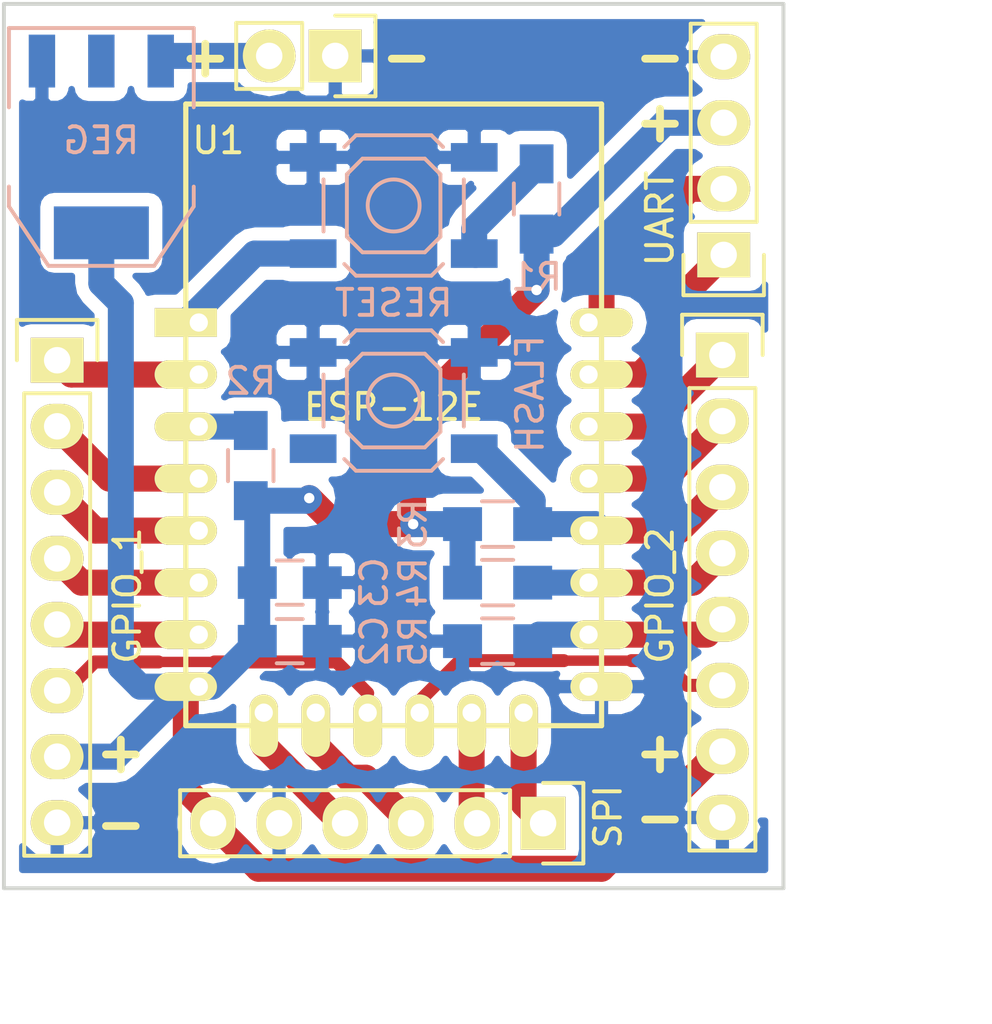
<source format=kicad_pcb>
(kicad_pcb (version 4) (host pcbnew 4.0.2-stable)

  (general
    (links 53)
    (no_connects 3)
    (area 141.674999 119.424999 171.825001 153.575001)
    (thickness 1.6)
    (drawings 20)
    (tracks 110)
    (zones 0)
    (modules 16)
    (nets 24)
  )

  (page A4)
  (layers
    (0 F.Cu signal)
    (31 B.Cu signal)
    (32 B.Adhes user hide)
    (33 F.Adhes user hide)
    (34 B.Paste user)
    (35 F.Paste user hide)
    (36 B.SilkS user hide)
    (37 F.SilkS user)
    (38 B.Mask user hide)
    (39 F.Mask user hide)
    (40 Dwgs.User user)
    (41 Cmts.User user hide)
    (42 Eco1.User user hide)
    (43 Eco2.User user hide)
    (44 Edge.Cuts user)
    (45 Margin user hide)
    (46 B.CrtYd user)
    (47 F.CrtYd user hide)
    (48 B.Fab user hide)
    (49 F.Fab user)
  )

  (setup
    (last_trace_width 0.3)
    (user_trace_width 0.3)
    (user_trace_width 0.4)
    (user_trace_width 0.5)
    (user_trace_width 1)
    (user_trace_width 1.5)
    (user_trace_width 2)
    (user_trace_width 2.5)
    (trace_clearance 0.2)
    (zone_clearance 0.508)
    (zone_45_only yes)
    (trace_min 0.2)
    (segment_width 0.2)
    (edge_width 0.15)
    (via_size 0.6)
    (via_drill 0.4)
    (via_min_size 0.4)
    (via_min_drill 0.3)
    (user_via 1 0.7)
    (uvia_size 0.3)
    (uvia_drill 0.1)
    (uvias_allowed no)
    (uvia_min_size 0.2)
    (uvia_min_drill 0.1)
    (pcb_text_width 0.3)
    (pcb_text_size 1.5 1.5)
    (mod_edge_width 0.15)
    (mod_text_size 1 1)
    (mod_text_width 0.15)
    (pad_size 3.6576 2.032)
    (pad_drill 0)
    (pad_to_mask_clearance 0.2)
    (aux_axis_origin 141.25 119.25)
    (grid_origin 159.5 139.75)
    (visible_elements FFFFFF7F)
    (pcbplotparams
      (layerselection 0x00030_80000001)
      (usegerberextensions false)
      (excludeedgelayer true)
      (linewidth 2.000000)
      (plotframeref false)
      (viasonmask false)
      (mode 1)
      (useauxorigin false)
      (hpglpennumber 1)
      (hpglpenspeed 20)
      (hpglpendiameter 15)
      (hpglpenoverlay 2)
      (psnegative false)
      (psa4output false)
      (plotreference true)
      (plotvalue true)
      (plotinvisibletext false)
      (padsonsilk false)
      (subtractmaskfromsilk false)
      (outputformat 1)
      (mirror false)
      (drillshape 1)
      (scaleselection 1)
      (outputdirectory ""))
  )

  (net 0 "")
  (net 1 /Vin)
  (net 2 GND)
  (net 3 VCC)
  (net 4 /ADC)
  (net 5 /GPIO16)
  (net 6 /GPIO14)
  (net 7 /GPIO13)
  (net 8 /GPIO12)
  (net 9 /GPIO10)
  (net 10 /GPIO9)
  (net 11 /GPIO5)
  (net 12 /GPIO4)
  (net 13 /GPIO2)
  (net 14 /GPIO0)
  (net 15 /TXD)
  (net 16 /RXD)
  (net 17 /SCLK)
  (net 18 /MISO)
  (net 19 /MOSI)
  (net 20 /SS)
  (net 21 /GPIO15)
  (net 22 "Net-(R2-Pad1)")
  (net 23 "Net-(R1-Pad1)")

  (net_class Default "This is the default net class."
    (clearance 0.2)
    (trace_width 0.25)
    (via_dia 0.6)
    (via_drill 0.4)
    (uvia_dia 0.3)
    (uvia_drill 0.1)
    (add_net /ADC)
    (add_net /GPIO0)
    (add_net /GPIO10)
    (add_net /GPIO12)
    (add_net /GPIO13)
    (add_net /GPIO14)
    (add_net /GPIO15)
    (add_net /GPIO16)
    (add_net /GPIO2)
    (add_net /GPIO4)
    (add_net /GPIO5)
    (add_net /GPIO9)
    (add_net /MISO)
    (add_net /MOSI)
    (add_net /RXD)
    (add_net /SCLK)
    (add_net /SS)
    (add_net /TXD)
    (add_net /Vin)
    (add_net GND)
    (add_net "Net-(R1-Pad1)")
    (add_net "Net-(R2-Pad1)")
    (add_net VCC)
  )

  (module TO_SOT_Packages_SMD:SOT-223 (layer B.Cu) (tedit 57A696D7) (tstamp 57A33730)
    (at 145.5 125)
    (descr "module CMS SOT223 4 pins")
    (tags "CMS SOT")
    (path /57A245A3)
    (attr smd)
    (fp_text reference IC1 (at 0 1) (layer B.Fab)
      (effects (font (size 1 1) (thickness 0.15)) (justify mirror))
    )
    (fp_text value REG (at 0 -0.25) (layer B.SilkS)
      (effects (font (size 1 1) (thickness 0.15)) (justify mirror))
    )
    (fp_line (start -3.556 -1.524) (end -3.556 -4.572) (layer B.SilkS) (width 0.15))
    (fp_line (start -3.556 -4.572) (end 3.556 -4.572) (layer B.SilkS) (width 0.15))
    (fp_line (start 3.556 -4.572) (end 3.556 -1.524) (layer B.SilkS) (width 0.15))
    (fp_line (start -3.556 1.524) (end -3.556 2.286) (layer B.SilkS) (width 0.15))
    (fp_line (start -3.556 2.286) (end -2.032 4.572) (layer B.SilkS) (width 0.15))
    (fp_line (start -2.032 4.572) (end 2.032 4.572) (layer B.SilkS) (width 0.15))
    (fp_line (start 2.032 4.572) (end 3.556 2.286) (layer B.SilkS) (width 0.15))
    (fp_line (start 3.556 2.286) (end 3.556 1.524) (layer B.SilkS) (width 0.15))
    (pad 4 smd rect (at 0 3.302) (size 3.6576 2.032) (layers B.Cu B.Paste B.Mask)
      (net 3 VCC))
    (pad 2 smd rect (at 0 -3.302) (size 1.016 2.032) (layers B.Cu B.Paste B.Mask)
      (net 3 VCC))
    (pad 3 smd rect (at 2.286 -3.302) (size 1.016 2.032) (layers B.Cu B.Paste B.Mask)
      (net 1 /Vin))
    (pad 1 smd rect (at -2.286 -3.302) (size 1.016 2.032) (layers B.Cu B.Paste B.Mask)
      (net 2 GND))
    (model TO_SOT_Packages_SMD.3dshapes/SOT-223.wrl
      (at (xyz 0 0 0))
      (scale (xyz 0.4 0.4 0.4))
      (rotate (xyz 0 0 0))
    )
  )

  (module Pin_Headers:Pin_Header_Straight_1x06 (layer F.Cu) (tedit 57A68378) (tstamp 57A33755)
    (at 162.5 151 270)
    (descr "Through hole pin header")
    (tags "pin header")
    (path /57A240E3)
    (fp_text reference P4 (at -0.25 14.5 270) (layer F.Fab)
      (effects (font (size 1 1) (thickness 0.15)))
    )
    (fp_text value SPI (at -0.25 -2.5 270) (layer F.SilkS)
      (effects (font (size 1 1) (thickness 0.15)))
    )
    (fp_line (start -1.75 -1.75) (end -1.75 14.45) (layer F.CrtYd) (width 0.05))
    (fp_line (start 1.75 -1.75) (end 1.75 14.45) (layer F.CrtYd) (width 0.05))
    (fp_line (start -1.75 -1.75) (end 1.75 -1.75) (layer F.CrtYd) (width 0.05))
    (fp_line (start -1.75 14.45) (end 1.75 14.45) (layer F.CrtYd) (width 0.05))
    (fp_line (start 1.27 1.27) (end 1.27 13.97) (layer F.SilkS) (width 0.15))
    (fp_line (start 1.27 13.97) (end -1.27 13.97) (layer F.SilkS) (width 0.15))
    (fp_line (start -1.27 13.97) (end -1.27 1.27) (layer F.SilkS) (width 0.15))
    (fp_line (start 1.55 -1.55) (end 1.55 0) (layer F.SilkS) (width 0.15))
    (fp_line (start 1.27 1.27) (end -1.27 1.27) (layer F.SilkS) (width 0.15))
    (fp_line (start -1.55 0) (end -1.55 -1.55) (layer F.SilkS) (width 0.15))
    (fp_line (start -1.55 -1.55) (end 1.55 -1.55) (layer F.SilkS) (width 0.15))
    (pad 1 thru_hole rect (at 0 0 270) (size 2.032 1.7272) (drill 1.016) (layers *.Cu *.Mask F.SilkS)
      (net 17 /SCLK))
    (pad 2 thru_hole oval (at 0 2.54 270) (size 2.032 1.7272) (drill 1.016) (layers *.Cu *.Mask F.SilkS)
      (net 19 /MOSI))
    (pad 3 thru_hole oval (at 0 5.08 270) (size 2.032 1.7272) (drill 1.016) (layers *.Cu *.Mask F.SilkS)
      (net 18 /MISO))
    (pad 4 thru_hole oval (at 0 7.62 270) (size 2.032 1.7272) (drill 1.016) (layers *.Cu *.Mask F.SilkS)
      (net 20 /SS))
    (pad 5 thru_hole oval (at 0 10.16 270) (size 2.032 1.7272) (drill 1.016) (layers *.Cu *.Mask F.SilkS)
      (net 2 GND))
    (pad 6 thru_hole oval (at 0 12.7 270) (size 2.032 1.7272) (drill 1.016) (layers *.Cu *.Mask F.SilkS)
      (net 3 VCC))
    (model Pin_Headers.3dshapes/Pin_Header_Straight_1x06.wrl
      (at (xyz 0 -0.25 0))
      (scale (xyz 1 1 1))
      (rotate (xyz 0 0 90))
    )
  )

  (module Resistors_SMD:R_0805_HandSoldering (layer B.Cu) (tedit 57A681FA) (tstamp 57A3375B)
    (at 162.25 127 270)
    (descr "Resistor SMD 0805, hand soldering")
    (tags "resistor 0805")
    (path /57A2B043)
    (attr smd)
    (fp_text reference R1 (at 3 0 360) (layer B.SilkS)
      (effects (font (size 1 1) (thickness 0.15)) (justify mirror))
    )
    (fp_text value R (at -1.75 -1.5 360) (layer B.Fab)
      (effects (font (size 1 1) (thickness 0.15)) (justify mirror))
    )
    (fp_line (start -2.4 1) (end 2.4 1) (layer B.CrtYd) (width 0.05))
    (fp_line (start -2.4 -1) (end 2.4 -1) (layer B.CrtYd) (width 0.05))
    (fp_line (start -2.4 1) (end -2.4 -1) (layer B.CrtYd) (width 0.05))
    (fp_line (start 2.4 1) (end 2.4 -1) (layer B.CrtYd) (width 0.05))
    (fp_line (start 0.6 -0.875) (end -0.6 -0.875) (layer B.SilkS) (width 0.15))
    (fp_line (start -0.6 0.875) (end 0.6 0.875) (layer B.SilkS) (width 0.15))
    (pad 1 smd rect (at -1.35 0 270) (size 1.5 1.3) (layers B.Cu B.Paste B.Mask)
      (net 23 "Net-(R1-Pad1)"))
    (pad 2 smd rect (at 1.35 0 270) (size 1.5 1.3) (layers B.Cu B.Paste B.Mask)
      (net 3 VCC))
    (model Resistors_SMD.3dshapes/R_0805_HandSoldering.wrl
      (at (xyz 0 0 0))
      (scale (xyz 1 1 1))
      (rotate (xyz 0 0 0))
    )
  )

  (module Resistors_SMD:R_0805_HandSoldering (layer B.Cu) (tedit 57A67F51) (tstamp 57A33E32)
    (at 151.25 137.25 270)
    (descr "Resistor SMD 0805, hand soldering")
    (tags "resistor 0805")
    (path /57A35765)
    (attr smd)
    (fp_text reference R2 (at -3.25 0 360) (layer B.SilkS)
      (effects (font (size 1 1) (thickness 0.15)) (justify mirror))
    )
    (fp_text value R (at 0 -0.15 270) (layer B.Fab)
      (effects (font (size 1 1) (thickness 0.15)) (justify mirror))
    )
    (fp_line (start -2.4 1) (end 2.4 1) (layer B.CrtYd) (width 0.05))
    (fp_line (start -2.4 -1) (end 2.4 -1) (layer B.CrtYd) (width 0.05))
    (fp_line (start -2.4 1) (end -2.4 -1) (layer B.CrtYd) (width 0.05))
    (fp_line (start 2.4 1) (end 2.4 -1) (layer B.CrtYd) (width 0.05))
    (fp_line (start 0.6 -0.875) (end -0.6 -0.875) (layer B.SilkS) (width 0.15))
    (fp_line (start -0.6 0.875) (end 0.6 0.875) (layer B.SilkS) (width 0.15))
    (pad 1 smd rect (at -1.35 0 270) (size 1.5 1.3) (layers B.Cu B.Paste B.Mask)
      (net 22 "Net-(R2-Pad1)"))
    (pad 2 smd rect (at 1.35 0 270) (size 1.5 1.3) (layers B.Cu B.Paste B.Mask)
      (net 3 VCC))
    (model Resistors_SMD.3dshapes/R_0805_HandSoldering.wrl
      (at (xyz 0 0 0))
      (scale (xyz 1 1 1))
      (rotate (xyz 0 0 0))
    )
  )

  (module Pin_Headers:Pin_Header_Straight_1x08 (layer F.Cu) (tedit 57A68396) (tstamp 57A34DFA)
    (at 143.8 133.2)
    (descr "Through hole pin header")
    (tags "pin header")
    (path /57A34A63)
    (fp_text reference P1 (at -0.05 -2.45) (layer F.Fab)
      (effects (font (size 1 1) (thickness 0.15)))
    )
    (fp_text value GPIO_1 (at 2.7 9.05 90) (layer F.SilkS)
      (effects (font (size 1 1) (thickness 0.15)))
    )
    (fp_line (start -1.75 -1.75) (end -1.75 19.55) (layer F.CrtYd) (width 0.05))
    (fp_line (start 1.75 -1.75) (end 1.75 19.55) (layer F.CrtYd) (width 0.05))
    (fp_line (start -1.75 -1.75) (end 1.75 -1.75) (layer F.CrtYd) (width 0.05))
    (fp_line (start -1.75 19.55) (end 1.75 19.55) (layer F.CrtYd) (width 0.05))
    (fp_line (start 1.27 1.27) (end 1.27 19.05) (layer F.SilkS) (width 0.15))
    (fp_line (start 1.27 19.05) (end -1.27 19.05) (layer F.SilkS) (width 0.15))
    (fp_line (start -1.27 19.05) (end -1.27 1.27) (layer F.SilkS) (width 0.15))
    (fp_line (start 1.55 -1.55) (end 1.55 0) (layer F.SilkS) (width 0.15))
    (fp_line (start 1.27 1.27) (end -1.27 1.27) (layer F.SilkS) (width 0.15))
    (fp_line (start -1.55 0) (end -1.55 -1.55) (layer F.SilkS) (width 0.15))
    (fp_line (start -1.55 -1.55) (end 1.55 -1.55) (layer F.SilkS) (width 0.15))
    (pad 1 thru_hole rect (at 0 0) (size 2.032 1.7272) (drill 1.016) (layers *.Cu *.Mask F.SilkS)
      (net 4 /ADC))
    (pad 2 thru_hole oval (at 0 2.54) (size 2.032 1.7272) (drill 1.016) (layers *.Cu *.Mask F.SilkS)
      (net 5 /GPIO16))
    (pad 3 thru_hole oval (at 0 5.08) (size 2.032 1.7272) (drill 1.016) (layers *.Cu *.Mask F.SilkS)
      (net 6 /GPIO14))
    (pad 4 thru_hole oval (at 0 7.62) (size 2.032 1.7272) (drill 1.016) (layers *.Cu *.Mask F.SilkS)
      (net 7 /GPIO13))
    (pad 5 thru_hole oval (at 0 10.16) (size 2.032 1.7272) (drill 1.016) (layers *.Cu *.Mask F.SilkS)
      (net 8 /GPIO12))
    (pad 6 thru_hole oval (at 0 12.7) (size 2.032 1.7272) (drill 1.016) (layers *.Cu *.Mask F.SilkS)
      (net 10 /GPIO9))
    (pad 7 thru_hole oval (at 0 15.24) (size 2.032 1.7272) (drill 1.016) (layers *.Cu *.Mask F.SilkS)
      (net 3 VCC))
    (pad 8 thru_hole oval (at 0 17.78) (size 2.032 1.7272) (drill 1.016) (layers *.Cu *.Mask F.SilkS)
      (net 2 GND))
    (model Pin_Headers.3dshapes/Pin_Header_Straight_1x08.wrl
      (at (xyz 0 -0.35 0))
      (scale (xyz 1 1 1))
      (rotate (xyz 0 0 90))
    )
  )

  (module Pin_Headers:Pin_Header_Straight_1x08 (layer F.Cu) (tedit 57A68341) (tstamp 57A34EAD)
    (at 169.4 133)
    (descr "Through hole pin header")
    (tags "pin header")
    (path /57A34ABF)
    (fp_text reference P2 (at -2.4 -2.25 90) (layer F.Fab)
      (effects (font (size 1 1) (thickness 0.15)))
    )
    (fp_text value GPIO_2 (at -2.4 9.25 90) (layer F.SilkS)
      (effects (font (size 1 1) (thickness 0.15)))
    )
    (fp_line (start -1.75 -1.75) (end -1.75 19.55) (layer F.CrtYd) (width 0.05))
    (fp_line (start 1.75 -1.75) (end 1.75 19.55) (layer F.CrtYd) (width 0.05))
    (fp_line (start -1.75 -1.75) (end 1.75 -1.75) (layer F.CrtYd) (width 0.05))
    (fp_line (start -1.75 19.55) (end 1.75 19.55) (layer F.CrtYd) (width 0.05))
    (fp_line (start 1.27 1.27) (end 1.27 19.05) (layer F.SilkS) (width 0.15))
    (fp_line (start 1.27 19.05) (end -1.27 19.05) (layer F.SilkS) (width 0.15))
    (fp_line (start -1.27 19.05) (end -1.27 1.27) (layer F.SilkS) (width 0.15))
    (fp_line (start 1.55 -1.55) (end 1.55 0) (layer F.SilkS) (width 0.15))
    (fp_line (start 1.27 1.27) (end -1.27 1.27) (layer F.SilkS) (width 0.15))
    (fp_line (start -1.55 0) (end -1.55 -1.55) (layer F.SilkS) (width 0.15))
    (fp_line (start -1.55 -1.55) (end 1.55 -1.55) (layer F.SilkS) (width 0.15))
    (pad 1 thru_hole rect (at 0 0) (size 2.032 1.7272) (drill 1.016) (layers *.Cu *.Mask F.SilkS)
      (net 11 /GPIO5))
    (pad 2 thru_hole oval (at 0 2.54) (size 2.032 1.7272) (drill 1.016) (layers *.Cu *.Mask F.SilkS)
      (net 12 /GPIO4))
    (pad 3 thru_hole oval (at 0 5.08) (size 2.032 1.7272) (drill 1.016) (layers *.Cu *.Mask F.SilkS)
      (net 14 /GPIO0))
    (pad 4 thru_hole oval (at 0 7.62) (size 2.032 1.7272) (drill 1.016) (layers *.Cu *.Mask F.SilkS)
      (net 13 /GPIO2))
    (pad 5 thru_hole oval (at 0 10.16) (size 2.032 1.7272) (drill 1.016) (layers *.Cu *.Mask F.SilkS)
      (net 21 /GPIO15))
    (pad 6 thru_hole oval (at 0 12.7) (size 2.032 1.7272) (drill 1.016) (layers *.Cu *.Mask F.SilkS)
      (net 9 /GPIO10))
    (pad 7 thru_hole oval (at 0 15.24) (size 2.032 1.7272) (drill 1.016) (layers *.Cu *.Mask F.SilkS)
      (net 3 VCC))
    (pad 8 thru_hole oval (at 0 17.78) (size 2.032 1.7272) (drill 1.016) (layers *.Cu *.Mask F.SilkS)
      (net 2 GND))
    (model Pin_Headers.3dshapes/Pin_Header_Straight_1x08.wrl
      (at (xyz 0 -0.35 0))
      (scale (xyz 1 1 1))
      (rotate (xyz 0 0 90))
    )
  )

  (module Pin_Headers:Pin_Header_Straight_1x04 (layer F.Cu) (tedit 57A68334) (tstamp 57A34F2D)
    (at 169.45 129.15 180)
    (descr "Through hole pin header")
    (tags "pin header")
    (path /57A3478A)
    (fp_text reference P3 (at 2.45 -9.1 270) (layer F.Fab)
      (effects (font (size 1 1) (thickness 0.15)))
    )
    (fp_text value UART (at 2.45 1.4 270) (layer F.SilkS)
      (effects (font (size 1 1) (thickness 0.15)))
    )
    (fp_line (start -1.75 -1.75) (end -1.75 9.4) (layer F.CrtYd) (width 0.05))
    (fp_line (start 1.75 -1.75) (end 1.75 9.4) (layer F.CrtYd) (width 0.05))
    (fp_line (start -1.75 -1.75) (end 1.75 -1.75) (layer F.CrtYd) (width 0.05))
    (fp_line (start -1.75 9.4) (end 1.75 9.4) (layer F.CrtYd) (width 0.05))
    (fp_line (start -1.27 1.27) (end -1.27 8.89) (layer F.SilkS) (width 0.15))
    (fp_line (start 1.27 1.27) (end 1.27 8.89) (layer F.SilkS) (width 0.15))
    (fp_line (start 1.55 -1.55) (end 1.55 0) (layer F.SilkS) (width 0.15))
    (fp_line (start -1.27 8.89) (end 1.27 8.89) (layer F.SilkS) (width 0.15))
    (fp_line (start 1.27 1.27) (end -1.27 1.27) (layer F.SilkS) (width 0.15))
    (fp_line (start -1.55 0) (end -1.55 -1.55) (layer F.SilkS) (width 0.15))
    (fp_line (start -1.55 -1.55) (end 1.55 -1.55) (layer F.SilkS) (width 0.15))
    (pad 1 thru_hole rect (at 0 0 180) (size 2.032 1.7272) (drill 1.016) (layers *.Cu *.Mask F.SilkS)
      (net 16 /RXD))
    (pad 2 thru_hole oval (at 0 2.54 180) (size 2.032 1.7272) (drill 1.016) (layers *.Cu *.Mask F.SilkS)
      (net 15 /TXD))
    (pad 3 thru_hole oval (at 0 5.08 180) (size 2.032 1.7272) (drill 1.016) (layers *.Cu *.Mask F.SilkS)
      (net 3 VCC))
    (pad 4 thru_hole oval (at 0 7.62 180) (size 2.032 1.7272) (drill 1.016) (layers *.Cu *.Mask F.SilkS)
      (net 2 GND))
    (model Pin_Headers.3dshapes/Pin_Header_Straight_1x04.wrl
      (at (xyz 0 -0.15 0))
      (scale (xyz 1 1 1))
      (rotate (xyz 0 0 90))
    )
  )

  (module Pin_Headers:Pin_Header_Straight_1x02 (layer F.Cu) (tedit 57A385F3) (tstamp 57A3750F)
    (at 154.5 121.5 270)
    (descr "Through hole pin header")
    (tags "pin header")
    (path /57A3784B)
    (fp_text reference P5 (at 0.05 -2.3 270) (layer F.Fab)
      (effects (font (size 1 1) (thickness 0.15)))
    )
    (fp_text value P_IN (at 0.05 4.7 270) (layer F.Fab)
      (effects (font (size 1 1) (thickness 0.15)))
    )
    (fp_line (start 1.27 1.27) (end 1.27 3.81) (layer F.SilkS) (width 0.15))
    (fp_line (start 1.55 -1.55) (end 1.55 0) (layer F.SilkS) (width 0.15))
    (fp_line (start -1.75 -1.75) (end -1.75 4.3) (layer F.CrtYd) (width 0.05))
    (fp_line (start 1.75 -1.75) (end 1.75 4.3) (layer F.CrtYd) (width 0.05))
    (fp_line (start -1.75 -1.75) (end 1.75 -1.75) (layer F.CrtYd) (width 0.05))
    (fp_line (start -1.75 4.3) (end 1.75 4.3) (layer F.CrtYd) (width 0.05))
    (fp_line (start 1.27 1.27) (end -1.27 1.27) (layer F.SilkS) (width 0.15))
    (fp_line (start -1.55 0) (end -1.55 -1.55) (layer F.SilkS) (width 0.15))
    (fp_line (start -1.55 -1.55) (end 1.55 -1.55) (layer F.SilkS) (width 0.15))
    (fp_line (start -1.27 1.27) (end -1.27 3.81) (layer F.SilkS) (width 0.15))
    (fp_line (start -1.27 3.81) (end 1.27 3.81) (layer F.SilkS) (width 0.15))
    (pad 1 thru_hole rect (at 0 0 270) (size 2.032 2.032) (drill 1.016) (layers *.Cu *.Mask F.SilkS)
      (net 2 GND))
    (pad 2 thru_hole oval (at 0 2.54 270) (size 2.032 2.032) (drill 1.016) (layers *.Cu *.Mask F.SilkS)
      (net 1 /Vin))
    (model Pin_Headers.3dshapes/Pin_Header_Straight_1x02.wrl
      (at (xyz 0 -0.05 0))
      (scale (xyz 1 1 1))
      (rotate (xyz 0 0 90))
    )
  )

  (module Capacitors_SMD:C_0805_HandSoldering (layer B.Cu) (tedit 57A68230) (tstamp 57A37C25)
    (at 152.75 144)
    (descr "Capacitor SMD 0805, hand soldering")
    (tags "capacitor 0805")
    (path /57A380DF)
    (attr smd)
    (fp_text reference C2 (at 3.25 0 90) (layer B.SilkS)
      (effects (font (size 1 1) (thickness 0.15)) (justify mirror))
    )
    (fp_text value 100nF (at 0 0.25) (layer B.Fab)
      (effects (font (size 1 1) (thickness 0.15)) (justify mirror))
    )
    (fp_line (start -2.3 1) (end 2.3 1) (layer B.CrtYd) (width 0.05))
    (fp_line (start -2.3 -1) (end 2.3 -1) (layer B.CrtYd) (width 0.05))
    (fp_line (start -2.3 1) (end -2.3 -1) (layer B.CrtYd) (width 0.05))
    (fp_line (start 2.3 1) (end 2.3 -1) (layer B.CrtYd) (width 0.05))
    (fp_line (start 0.5 0.85) (end -0.5 0.85) (layer B.SilkS) (width 0.15))
    (fp_line (start -0.5 -0.85) (end 0.5 -0.85) (layer B.SilkS) (width 0.15))
    (pad 1 smd rect (at -1.25 0) (size 1.5 1.25) (layers B.Cu B.Paste B.Mask)
      (net 3 VCC))
    (pad 2 smd rect (at 1.25 0) (size 1.5 1.25) (layers B.Cu B.Paste B.Mask)
      (net 2 GND))
    (model Capacitors_SMD.3dshapes/C_0805_HandSoldering.wrl
      (at (xyz 0 0 0))
      (scale (xyz 1 1 1))
      (rotate (xyz 0 0 0))
    )
  )

  (module Capacitors_SMD:C_0805_HandSoldering (layer B.Cu) (tedit 57A68236) (tstamp 57A37C31)
    (at 152.75 141.75)
    (descr "Capacitor SMD 0805, hand soldering")
    (tags "capacitor 0805")
    (path /57A38155)
    (attr smd)
    (fp_text reference C3 (at 3.25 0 90) (layer B.SilkS)
      (effects (font (size 1 1) (thickness 0.15)) (justify mirror))
    )
    (fp_text value 10uF (at 0 0) (layer B.Fab)
      (effects (font (size 1 1) (thickness 0.15)) (justify mirror))
    )
    (fp_line (start -2.3 1) (end 2.3 1) (layer B.CrtYd) (width 0.05))
    (fp_line (start -2.3 -1) (end 2.3 -1) (layer B.CrtYd) (width 0.05))
    (fp_line (start -2.3 1) (end -2.3 -1) (layer B.CrtYd) (width 0.05))
    (fp_line (start 2.3 1) (end 2.3 -1) (layer B.CrtYd) (width 0.05))
    (fp_line (start 0.5 0.85) (end -0.5 0.85) (layer B.SilkS) (width 0.15))
    (fp_line (start -0.5 -0.85) (end 0.5 -0.85) (layer B.SilkS) (width 0.15))
    (pad 1 smd rect (at -1.25 0) (size 1.5 1.25) (layers B.Cu B.Paste B.Mask)
      (net 3 VCC))
    (pad 2 smd rect (at 1.25 0) (size 1.5 1.25) (layers B.Cu B.Paste B.Mask)
      (net 2 GND))
    (model Capacitors_SMD.3dshapes/C_0805_HandSoldering.wrl
      (at (xyz 0 0 0))
      (scale (xyz 1 1 1))
      (rotate (xyz 0 0 0))
    )
  )

  (module Resistors_SMD:R_0805_HandSoldering (layer B.Cu) (tedit 57A69492) (tstamp 57A67339)
    (at 160.75 139.5)
    (descr "Resistor SMD 0805, hand soldering")
    (tags "resistor 0805")
    (path /57A662EE)
    (attr smd)
    (fp_text reference R3 (at -3.25 0 90) (layer B.SilkS)
      (effects (font (size 1 1) (thickness 0.15)) (justify mirror))
    )
    (fp_text value R (at 0 -2.1) (layer B.Fab)
      (effects (font (size 1 1) (thickness 0.15)) (justify mirror))
    )
    (fp_line (start -2.4 1) (end 2.4 1) (layer B.CrtYd) (width 0.05))
    (fp_line (start -2.4 -1) (end 2.4 -1) (layer B.CrtYd) (width 0.05))
    (fp_line (start -2.4 1) (end -2.4 -1) (layer B.CrtYd) (width 0.05))
    (fp_line (start 2.4 1) (end 2.4 -1) (layer B.CrtYd) (width 0.05))
    (fp_line (start 0.6 -0.875) (end -0.6 -0.875) (layer B.SilkS) (width 0.15))
    (fp_line (start -0.6 0.875) (end 0.6 0.875) (layer B.SilkS) (width 0.15))
    (pad 1 smd rect (at -1.35 0) (size 1.5 1.3) (layers B.Cu B.Paste B.Mask)
      (net 3 VCC))
    (pad 2 smd rect (at 1.35 0) (size 1.5 1.3) (layers B.Cu B.Paste B.Mask)
      (net 14 /GPIO0))
    (model Resistors_SMD.3dshapes/R_0805_HandSoldering.wrl
      (at (xyz 0 0 0))
      (scale (xyz 1 1 1))
      (rotate (xyz 0 0 0))
    )
  )

  (module Resistors_SMD:R_0805_HandSoldering (layer B.Cu) (tedit 57A68224) (tstamp 57A6733F)
    (at 160.75 141.75)
    (descr "Resistor SMD 0805, hand soldering")
    (tags "resistor 0805")
    (path /57A661BA)
    (attr smd)
    (fp_text reference R4 (at -3.25 0 270) (layer B.SilkS)
      (effects (font (size 1 1) (thickness 0.15)) (justify mirror))
    )
    (fp_text value R (at 0 0) (layer B.Fab)
      (effects (font (size 1 1) (thickness 0.15)) (justify mirror))
    )
    (fp_line (start -2.4 1) (end 2.4 1) (layer B.CrtYd) (width 0.05))
    (fp_line (start -2.4 -1) (end 2.4 -1) (layer B.CrtYd) (width 0.05))
    (fp_line (start -2.4 1) (end -2.4 -1) (layer B.CrtYd) (width 0.05))
    (fp_line (start 2.4 1) (end 2.4 -1) (layer B.CrtYd) (width 0.05))
    (fp_line (start 0.6 -0.875) (end -0.6 -0.875) (layer B.SilkS) (width 0.15))
    (fp_line (start -0.6 0.875) (end 0.6 0.875) (layer B.SilkS) (width 0.15))
    (pad 1 smd rect (at -1.35 0) (size 1.5 1.3) (layers B.Cu B.Paste B.Mask)
      (net 3 VCC))
    (pad 2 smd rect (at 1.35 0) (size 1.5 1.3) (layers B.Cu B.Paste B.Mask)
      (net 13 /GPIO2))
    (model Resistors_SMD.3dshapes/R_0805_HandSoldering.wrl
      (at (xyz 0 0 0))
      (scale (xyz 1 1 1))
      (rotate (xyz 0 0 0))
    )
  )

  (module Resistors_SMD:R_0805_HandSoldering (layer B.Cu) (tedit 57A6821F) (tstamp 57A67345)
    (at 160.75 144)
    (descr "Resistor SMD 0805, hand soldering")
    (tags "resistor 0805")
    (path /57A66467)
    (attr smd)
    (fp_text reference R5 (at -3.25 0 90) (layer B.SilkS)
      (effects (font (size 1 1) (thickness 0.15)) (justify mirror))
    )
    (fp_text value R (at 0 0) (layer B.Fab)
      (effects (font (size 1 1) (thickness 0.15)) (justify mirror))
    )
    (fp_line (start -2.4 1) (end 2.4 1) (layer B.CrtYd) (width 0.05))
    (fp_line (start -2.4 -1) (end 2.4 -1) (layer B.CrtYd) (width 0.05))
    (fp_line (start -2.4 1) (end -2.4 -1) (layer B.CrtYd) (width 0.05))
    (fp_line (start 2.4 1) (end 2.4 -1) (layer B.CrtYd) (width 0.05))
    (fp_line (start 0.6 -0.875) (end -0.6 -0.875) (layer B.SilkS) (width 0.15))
    (fp_line (start -0.6 0.875) (end 0.6 0.875) (layer B.SilkS) (width 0.15))
    (pad 1 smd rect (at -1.35 0) (size 1.5 1.3) (layers B.Cu B.Paste B.Mask)
      (net 2 GND))
    (pad 2 smd rect (at 1.35 0) (size 1.5 1.3) (layers B.Cu B.Paste B.Mask)
      (net 21 /GPIO15))
    (model Resistors_SMD.3dshapes/R_0805_HandSoldering.wrl
      (at (xyz 0 0 0))
      (scale (xyz 1 1 1))
      (rotate (xyz 0 0 0))
    )
  )

  (module Buttons_Switches_SMD:SW_SPST_SKQG (layer B.Cu) (tedit 57A69487) (tstamp 57A6734D)
    (at 156.75 134.75)
    (descr "ALPS 5.2mm Square Low-profile TACT Switch (SMD)")
    (tags "SPST Button Switch")
    (path /57A666B5)
    (attr smd)
    (fp_text reference SW2 (at 0 -2) (layer B.Fab)
      (effects (font (size 1 1) (thickness 0.15)) (justify mirror))
    )
    (fp_text value FLASH (at 5.25 -0.25 270) (layer B.SilkS)
      (effects (font (size 1 1) (thickness 0.15)) (justify mirror))
    )
    (fp_line (start -4.25 2.95) (end -4.25 -2.95) (layer B.CrtYd) (width 0.05))
    (fp_line (start 4.25 2.95) (end -4.25 2.95) (layer B.CrtYd) (width 0.05))
    (fp_line (start 4.25 -2.95) (end 4.25 2.95) (layer B.CrtYd) (width 0.05))
    (fp_line (start -4.25 -2.95) (end 4.25 -2.95) (layer B.CrtYd) (width 0.05))
    (fp_circle (center 0 0) (end 1 0) (layer B.SilkS) (width 0.15))
    (fp_line (start -1.2 1.8) (end 1.2 1.8) (layer B.SilkS) (width 0.15))
    (fp_line (start -1.8 1.2) (end -1.2 1.8) (layer B.SilkS) (width 0.15))
    (fp_line (start -1.8 -1.2) (end -1.8 1.2) (layer B.SilkS) (width 0.15))
    (fp_line (start -1.2 -1.8) (end -1.8 -1.2) (layer B.SilkS) (width 0.15))
    (fp_line (start 1.2 -1.8) (end -1.2 -1.8) (layer B.SilkS) (width 0.15))
    (fp_line (start 1.8 -1.2) (end 1.2 -1.8) (layer B.SilkS) (width 0.15))
    (fp_line (start 1.8 1.2) (end 1.8 -1.2) (layer B.SilkS) (width 0.15))
    (fp_line (start 1.2 1.8) (end 1.8 1.2) (layer B.SilkS) (width 0.15))
    (fp_line (start -1.45 2.7) (end 1.45 2.7) (layer B.SilkS) (width 0.15))
    (fp_line (start -1.9 2.25) (end -1.45 2.7) (layer B.SilkS) (width 0.15))
    (fp_line (start -2.7 -1) (end -2.7 1) (layer B.SilkS) (width 0.15))
    (fp_line (start -1.45 -2.7) (end -1.9 -2.25) (layer B.SilkS) (width 0.15))
    (fp_line (start 1.45 -2.7) (end -1.45 -2.7) (layer B.SilkS) (width 0.15))
    (fp_line (start 1.9 -2.25) (end 1.45 -2.7) (layer B.SilkS) (width 0.15))
    (fp_line (start 2.7 1) (end 2.7 -1) (layer B.SilkS) (width 0.15))
    (fp_line (start 1.45 2.7) (end 1.9 2.25) (layer B.SilkS) (width 0.15))
    (pad 1 smd rect (at -3.1 1.85) (size 1.8 1.1) (layers B.Cu B.Paste B.Mask)
      (net 14 /GPIO0))
    (pad 1 smd rect (at 3.1 1.85) (size 1.8 1.1) (layers B.Cu B.Paste B.Mask)
      (net 14 /GPIO0))
    (pad 2 smd rect (at -3.1 -1.85) (size 1.8 1.1) (layers B.Cu B.Paste B.Mask)
      (net 2 GND))
    (pad 2 smd rect (at 3.1 -1.85) (size 1.8 1.1) (layers B.Cu B.Paste B.Mask)
      (net 2 GND))
  )

  (module Buttons_Switches_SMD:SW_SPST_SKQG (layer B.Cu) (tedit 57A69472) (tstamp 57A67361)
    (at 156.75 127.25)
    (descr "ALPS 5.2mm Square Low-profile TACT Switch (SMD)")
    (tags "SPST Button Switch")
    (path /57A2AEBE)
    (attr smd)
    (fp_text reference SW1 (at 0 -2) (layer B.Fab)
      (effects (font (size 1 1) (thickness 0.15)) (justify mirror))
    )
    (fp_text value RESET (at 0 3.75) (layer B.SilkS)
      (effects (font (size 1 1) (thickness 0.15)) (justify mirror))
    )
    (fp_line (start -4.25 2.95) (end -4.25 -2.95) (layer B.CrtYd) (width 0.05))
    (fp_line (start 4.25 2.95) (end -4.25 2.95) (layer B.CrtYd) (width 0.05))
    (fp_line (start 4.25 -2.95) (end 4.25 2.95) (layer B.CrtYd) (width 0.05))
    (fp_line (start -4.25 -2.95) (end 4.25 -2.95) (layer B.CrtYd) (width 0.05))
    (fp_circle (center 0 0) (end 1 0) (layer B.SilkS) (width 0.15))
    (fp_line (start -1.2 1.8) (end 1.2 1.8) (layer B.SilkS) (width 0.15))
    (fp_line (start -1.8 1.2) (end -1.2 1.8) (layer B.SilkS) (width 0.15))
    (fp_line (start -1.8 -1.2) (end -1.8 1.2) (layer B.SilkS) (width 0.15))
    (fp_line (start -1.2 -1.8) (end -1.8 -1.2) (layer B.SilkS) (width 0.15))
    (fp_line (start 1.2 -1.8) (end -1.2 -1.8) (layer B.SilkS) (width 0.15))
    (fp_line (start 1.8 -1.2) (end 1.2 -1.8) (layer B.SilkS) (width 0.15))
    (fp_line (start 1.8 1.2) (end 1.8 -1.2) (layer B.SilkS) (width 0.15))
    (fp_line (start 1.2 1.8) (end 1.8 1.2) (layer B.SilkS) (width 0.15))
    (fp_line (start -1.45 2.7) (end 1.45 2.7) (layer B.SilkS) (width 0.15))
    (fp_line (start -1.9 2.25) (end -1.45 2.7) (layer B.SilkS) (width 0.15))
    (fp_line (start -2.7 -1) (end -2.7 1) (layer B.SilkS) (width 0.15))
    (fp_line (start -1.45 -2.7) (end -1.9 -2.25) (layer B.SilkS) (width 0.15))
    (fp_line (start 1.45 -2.7) (end -1.45 -2.7) (layer B.SilkS) (width 0.15))
    (fp_line (start 1.9 -2.25) (end 1.45 -2.7) (layer B.SilkS) (width 0.15))
    (fp_line (start 2.7 1) (end 2.7 -1) (layer B.SilkS) (width 0.15))
    (fp_line (start 1.45 2.7) (end 1.9 2.25) (layer B.SilkS) (width 0.15))
    (pad 1 smd rect (at -3.1 1.85) (size 1.8 1.1) (layers B.Cu B.Paste B.Mask)
      (net 23 "Net-(R1-Pad1)"))
    (pad 1 smd rect (at 3.1 1.85) (size 1.8 1.1) (layers B.Cu B.Paste B.Mask)
      (net 23 "Net-(R1-Pad1)"))
    (pad 2 smd rect (at -3.1 -1.85) (size 1.8 1.1) (layers B.Cu B.Paste B.Mask)
      (net 2 GND))
    (pad 2 smd rect (at 3.1 -1.85) (size 1.8 1.1) (layers B.Cu B.Paste B.Mask)
      (net 2 GND))
  )

  (module ESP8266:ESP-12E_TH (layer F.Cu) (tedit 57A7C570) (tstamp 57A3377D)
    (at 148.75 131.75)
    (descr "Module, ESP-8266, ESP-12, 16 pad, TH")
    (tags "Module ESP-8266 ESP8266")
    (path /57A23087)
    (fp_text reference U1 (at 1.25 -7) (layer F.SilkS)
      (effects (font (size 1 1) (thickness 0.15)))
    )
    (fp_text value ESP-12E (at 8 3.25) (layer F.SilkS)
      (effects (font (size 1 1) (thickness 0.15)))
    )
    (fp_line (start 16 -8.4) (end 0 -2.6) (layer F.CrtYd) (width 0.1524))
    (fp_line (start 0 -8.4) (end 16 -2.6) (layer F.CrtYd) (width 0.1524))
    (fp_text user "No Copper" (at 7.9 -5.4) (layer F.CrtYd)
      (effects (font (size 1 1) (thickness 0.15)))
    )
    (fp_line (start 0 -8.4) (end 0 -2.6) (layer F.CrtYd) (width 0.1524))
    (fp_line (start 0 -2.6) (end 16 -2.6) (layer F.CrtYd) (width 0.1524))
    (fp_line (start 16 -2.6) (end 16 -8.4) (layer F.CrtYd) (width 0.1524))
    (fp_line (start 16 -8.4) (end 0 -8.4) (layer F.CrtYd) (width 0.1524))
    (fp_line (start 16 -8.4) (end 16 15.6) (layer F.Fab) (width 0.1524))
    (fp_line (start 16 15.6) (end 0 15.6) (layer F.Fab) (width 0.1524))
    (fp_line (start 0 15.6) (end 0 -8.4) (layer F.Fab) (width 0.1524))
    (fp_line (start 0 -8.4) (end 16 -8.4) (layer F.Fab) (width 0.1524))
    (pad 3 thru_hole oval (at 0.5 4) (size 2.4 1.1) (drill 0.7 (offset -0.5 0)) (layers *.Cu *.Mask F.SilkS)
      (net 22 "Net-(R2-Pad1)"))
    (pad 2 thru_hole oval (at 0.5 2) (size 2.4 1.1) (drill 0.7 (offset -0.5 0)) (layers *.Cu *.Mask F.SilkS)
      (net 4 /ADC))
    (pad 1 thru_hole rect (at 0.5 0) (size 2.4 1.1) (drill 0.7 (offset -0.5 0)) (layers *.Cu *.Mask F.SilkS)
      (net 23 "Net-(R1-Pad1)"))
    (pad 4 thru_hole oval (at 0.5 6) (size 2.4 1.1) (drill 0.7 (offset -0.5 0)) (layers *.Cu *.Mask F.SilkS)
      (net 5 /GPIO16))
    (pad 5 thru_hole oval (at 0.5 8) (size 2.4 1.1) (drill 0.7 (offset -0.5 0)) (layers *.Cu *.Mask F.SilkS)
      (net 6 /GPIO14))
    (pad 6 thru_hole oval (at 0.5 10) (size 2.4 1.1) (drill 0.7 (offset -0.5 0)) (layers *.Cu *.Mask F.SilkS)
      (net 7 /GPIO13))
    (pad 7 thru_hole oval (at 0.5 12) (size 2.4 1.1) (drill 0.7 (offset -0.5 0)) (layers *.Cu *.Mask F.SilkS)
      (net 8 /GPIO12))
    (pad 8 thru_hole oval (at 0.5 14) (size 2.4 1.1) (drill 0.7 (offset -0.5 0)) (layers *.Cu *.Mask F.SilkS)
      (net 3 VCC))
    (pad 15 thru_hole oval (at 15.5 14) (size 2.4 1.1) (drill 0.7 (offset 0.5 0)) (layers *.Cu *.Mask F.SilkS)
      (net 2 GND))
    (pad 16 thru_hole oval (at 15.5 12) (size 2.4 1.1) (drill 0.7 (offset 0.5 0)) (layers *.Cu *.Mask F.SilkS)
      (net 21 /GPIO15))
    (pad 17 thru_hole oval (at 15.5 10) (size 2.4 1.1) (drill 0.7 (offset 0.5 0)) (layers *.Cu *.Mask F.SilkS)
      (net 13 /GPIO2))
    (pad 18 thru_hole oval (at 15.5 8) (size 2.4 1.1) (drill 0.7 (offset 0.5 0)) (layers *.Cu *.Mask F.SilkS)
      (net 14 /GPIO0))
    (pad 19 thru_hole oval (at 15.5 6) (size 2.4 1.1) (drill 0.7 (offset 0.5 0)) (layers *.Cu *.Mask F.SilkS)
      (net 12 /GPIO4))
    (pad 20 thru_hole oval (at 15.5 4) (size 2.4 1.1) (drill 0.7 (offset 0.5 0)) (layers *.Cu *.Mask F.SilkS)
      (net 11 /GPIO5))
    (pad 21 thru_hole oval (at 15.5 2) (size 2.4 1.1) (drill 0.7 (offset 0.5 0)) (layers *.Cu *.Mask F.SilkS)
      (net 16 /RXD))
    (pad 22 thru_hole oval (at 15.5 0) (size 2.4 1.1) (drill 0.7 (offset 0.5 0)) (layers *.Cu *.Mask F.SilkS)
      (net 15 /TXD))
    (pad 9 thru_hole oval (at 3 15) (size 1.1 2.4) (drill 0.7 (offset 0 0.5)) (layers *.Cu *.Mask F.SilkS)
      (net 20 /SS))
    (pad 10 thru_hole oval (at 5 15) (size 1.1 2.4) (drill 0.7 (offset 0 0.5)) (layers *.Cu *.Mask F.SilkS)
      (net 18 /MISO))
    (pad 11 thru_hole oval (at 7 15) (size 1.1 2.4) (drill 0.7 (offset 0 0.5)) (layers *.Cu *.Mask F.SilkS)
      (net 10 /GPIO9))
    (pad 12 thru_hole oval (at 9 15) (size 1.1 2.4) (drill 0.7 (offset 0 0.5)) (layers *.Cu *.Mask F.SilkS)
      (net 9 /GPIO10))
    (pad 13 thru_hole oval (at 11 15) (size 1.1 2.4) (drill 0.7 (offset 0 0.5)) (layers *.Cu *.Mask F.SilkS)
      (net 19 /MOSI))
    (pad 14 thru_hole oval (at 13 15) (size 1.1 2.4) (drill 0.7 (offset 0 0.5)) (layers *.Cu *.Mask F.SilkS)
      (net 17 /SCLK))
    (model ${ESPLIB}/ESP8266.3dshapes/ESP-12.wrl
      (at (xyz 0.04 0 0))
      (scale (xyz 0.3937 0.3937 0.3937))
      (rotate (xyz 0 0 0))
    )
  )

  (gr_text - (at 146.25 151) (layer F.SilkS)
    (effects (font (size 1.5 1.5) (thickness 0.3)))
  )
  (gr_text + (at 146.25 148.25) (layer F.SilkS)
    (effects (font (size 1.5 1.5) (thickness 0.3)))
  )
  (gr_text - (at 167 150.75) (layer F.SilkS)
    (effects (font (size 1.5 1.5) (thickness 0.3)))
  )
  (gr_text + (at 167 148.25) (layer F.SilkS)
    (effects (font (size 1.5 1.5) (thickness 0.3)))
  )
  (gr_text - (at 167 121.5) (layer F.SilkS)
    (effects (font (size 1.5 1.5) (thickness 0.3)))
  )
  (gr_text + (at 167 124) (layer F.SilkS)
    (effects (font (size 1.5 1.5) (thickness 0.3)))
  )
  (dimension 30 (width 0.3) (layer Dwgs.User)
    (gr_text "30.000 mm" (at 156.75 159.35) (layer Dwgs.User)
      (effects (font (size 1.5 1.5) (thickness 0.3)))
    )
    (feature1 (pts (xy 171.75 153.5) (xy 171.75 160.7)))
    (feature2 (pts (xy 141.75 153.5) (xy 141.75 160.7)))
    (crossbar (pts (xy 141.75 158) (xy 171.75 158)))
    (arrow1a (pts (xy 171.75 158) (xy 170.623496 158.586421)))
    (arrow1b (pts (xy 171.75 158) (xy 170.623496 157.413579)))
    (arrow2a (pts (xy 141.75 158) (xy 142.876504 158.586421)))
    (arrow2b (pts (xy 141.75 158) (xy 142.876504 157.413579)))
  )
  (dimension 34 (width 0.3) (layer Dwgs.User)
    (gr_text "34.000 mm" (at 177.1 136.5 270) (layer Dwgs.User)
      (effects (font (size 1.5 1.5) (thickness 0.3)))
    )
    (feature1 (pts (xy 171.75 153.5) (xy 178.45 153.5)))
    (feature2 (pts (xy 171.75 119.5) (xy 178.45 119.5)))
    (crossbar (pts (xy 175.75 119.5) (xy 175.75 153.5)))
    (arrow1a (pts (xy 175.75 153.5) (xy 175.163579 152.373496)))
    (arrow1b (pts (xy 175.75 153.5) (xy 176.336421 152.373496)))
    (arrow2a (pts (xy 175.75 119.5) (xy 175.163579 120.626504)))
    (arrow2b (pts (xy 175.75 119.5) (xy 176.336421 120.626504)))
  )
  (gr_text + (at 149.5 121.5) (layer F.SilkS)
    (effects (font (size 1.5 1.5) (thickness 0.3)))
  )
  (gr_text - (at 157.25 121.5) (layer F.SilkS)
    (effects (font (size 1.5 1.5) (thickness 0.3)))
  )
  (gr_line (start 148.75 123.35) (end 148.75 123.55) (angle 90) (layer F.SilkS) (width 0.2))
  (gr_line (start 164.75 123.35) (end 148.75 123.35) (angle 90) (layer F.SilkS) (width 0.2))
  (gr_line (start 164.75 123.55) (end 164.75 123.35) (angle 90) (layer F.SilkS) (width 0.2))
  (gr_line (start 148.75 147.25) (end 148.75 123.5) (angle 90) (layer F.SilkS) (width 0.2))
  (gr_line (start 164.75 147.25) (end 148.75 147.25) (angle 90) (layer F.SilkS) (width 0.2))
  (gr_line (start 164.75 123.5) (end 164.75 147.25) (angle 90) (layer F.SilkS) (width 0.2))
  (gr_line (start 171.75 153.5) (end 141.75 153.5) (angle 90) (layer Edge.Cuts) (width 0.15))
  (gr_line (start 171.75 119.5) (end 141.75 119.5) (angle 90) (layer Edge.Cuts) (width 0.15))
  (gr_line (start 141.75 153.5) (end 141.75 119.5) (angle 90) (layer Edge.Cuts) (width 0.15) (tstamp 57A37794))
  (gr_line (start 171.75 153.5) (end 171.75 119.5) (angle 90) (layer Edge.Cuts) (width 0.15))

  (segment (start 151.96 121.5) (end 147.984 121.5) (width 1) (layer B.Cu) (net 1))
  (segment (start 147.984 121.5) (end 147.786 121.698) (width 1) (layer B.Cu) (net 1) (tstamp 57A68194))
  (segment (start 157.5 139.5) (end 157.5 135.25) (width 1) (layer F.Cu) (net 3))
  (segment (start 162.25 130.5) (end 162.25 128.35) (width 1) (layer B.Cu) (net 3) (tstamp 57A696C5))
  (via (at 162.25 130.5) (size 0.6) (drill 0.4) (layers F.Cu B.Cu) (net 3))
  (segment (start 157.5 135.25) (end 162.25 130.5) (width 1) (layer F.Cu) (net 3) (tstamp 57A696BA))
  (segment (start 151.25 138.6) (end 153.4 138.6) (width 1) (layer B.Cu) (net 3))
  (segment (start 157.5 139.5) (end 159.4 139.5) (width 1) (layer B.Cu) (net 3) (tstamp 57A696A3))
  (via (at 157.5 139.5) (size 0.6) (drill 0.4) (layers F.Cu B.Cu) (net 3))
  (segment (start 154.5 139.5) (end 157.5 139.5) (width 1) (layer F.Cu) (net 3) (tstamp 57A6969D))
  (segment (start 153.5 138.5) (end 154.5 139.5) (width 1) (layer F.Cu) (net 3) (tstamp 57A6969C))
  (via (at 153.5 138.5) (size 0.6) (drill 0.4) (layers F.Cu B.Cu) (net 3))
  (segment (start 153.4 138.6) (end 153.5 138.5) (width 1) (layer B.Cu) (net 3) (tstamp 57A69693))
  (segment (start 159.4 139.5) (end 159.4 141.75) (width 1) (layer B.Cu) (net 3))
  (segment (start 148.75 145.75) (end 148.75 149.7) (width 1) (layer F.Cu) (net 3) (status 10))
  (segment (start 148.75 149.7) (end 150.05 151) (width 1) (layer F.Cu) (net 3) (tstamp 57A37513) (status 20))
  (segment (start 169.26 148.24) (end 164.75 152.75) (width 1) (layer F.Cu) (net 3) (tstamp 57A67A57) (status 10))
  (segment (start 164.75 152.75) (end 151.55 152.75) (width 1) (layer F.Cu) (net 3) (tstamp 57A67A58))
  (segment (start 151.55 152.75) (end 149.8 151) (width 1) (layer F.Cu) (net 3) (tstamp 57A67A5A) (status 20))
  (segment (start 151.5 141.75) (end 151.5 138.85) (width 1) (layer B.Cu) (net 3) (status 30))
  (segment (start 151.5 138.85) (end 151.25 138.6) (width 1) (layer B.Cu) (net 3) (tstamp 57A67EC0) (status 30))
  (segment (start 151.5 141.75) (end 151.5 144) (width 1) (layer B.Cu) (net 3) (status 30))
  (segment (start 148.75 145.75) (end 149.75 145.75) (width 1) (layer B.Cu) (net 3) (status 30))
  (segment (start 149.75 145.75) (end 151.5 144) (width 1) (layer B.Cu) (net 3) (tstamp 57A67EBA) (status 30))
  (segment (start 169.4 148.24) (end 169.26 148.24) (width 1) (layer F.Cu) (net 3) (status 30))
  (segment (start 162.25 128.35) (end 162.9 128.35) (width 1) (layer B.Cu) (net 3) (status 30))
  (segment (start 162.9 128.35) (end 167.18 124.07) (width 1) (layer B.Cu) (net 3) (tstamp 57A67A1E) (status 10))
  (segment (start 167.18 124.07) (end 169.45 124.07) (width 1) (layer B.Cu) (net 3) (tstamp 57A67A1F) (status 20))
  (segment (start 143.8 148.44) (end 146.06 148.44) (width 1) (layer B.Cu) (net 3) (status 10))
  (segment (start 146.06 148.44) (end 148.75 145.75) (width 1) (layer B.Cu) (net 3) (tstamp 57A67902) (status 20))
  (segment (start 145.5 129.052) (end 145.5 130.25) (width 1) (layer B.Cu) (net 3) (status 10))
  (segment (start 145.5 130.25) (end 146.25 131) (width 1) (layer B.Cu) (net 3) (tstamp 57A678FB))
  (segment (start 146.25 131) (end 146.25 145) (width 1) (layer B.Cu) (net 3) (tstamp 57A678FC))
  (segment (start 146.25 145) (end 147 145.75) (width 1) (layer B.Cu) (net 3) (tstamp 57A678FD))
  (segment (start 147 145.75) (end 148.75 145.75) (width 1) (layer B.Cu) (net 3) (tstamp 57A678FE) (status 20))
  (segment (start 145.5 129.052) (end 145.5 129) (width 1) (layer B.Cu) (net 3) (status 30))
  (segment (start 169.4 148.24) (end 169.4 148.35) (width 1) (layer F.Cu) (net 3) (status 30))
  (segment (start 148.75 133.75) (end 144.35 133.75) (width 1) (layer F.Cu) (net 4) (status 30))
  (segment (start 144.35 133.75) (end 143.8 133.2) (width 1) (layer F.Cu) (net 4) (tstamp 57A67A0B) (status 30))
  (segment (start 148.75 137.75) (end 145.81 137.75) (width 1) (layer F.Cu) (net 5) (status 10))
  (segment (start 145.81 137.75) (end 143.8 135.74) (width 1) (layer F.Cu) (net 5) (tstamp 57A34FF8) (status 20))
  (segment (start 148.75 139.75) (end 145.27 139.75) (width 1) (layer F.Cu) (net 6) (status 10))
  (segment (start 145.27 139.75) (end 143.8 138.28) (width 1) (layer F.Cu) (net 6) (tstamp 57A34FF5) (status 20))
  (segment (start 148.75 141.75) (end 144.73 141.75) (width 1) (layer F.Cu) (net 7) (status 10))
  (segment (start 144.73 141.75) (end 143.8 140.82) (width 1) (layer F.Cu) (net 7) (tstamp 57A34FF2) (status 20))
  (segment (start 148.75 143.75) (end 144.19 143.75) (width 1) (layer F.Cu) (net 8) (status 30))
  (segment (start 144.19 143.75) (end 143.8 143.36) (width 0.5) (layer F.Cu) (net 8) (tstamp 57A34FEF) (status 30))
  (segment (start 163.3 144.75) (end 165.9 144.75) (width 0.4) (layer F.Cu) (net 9))
  (segment (start 169.4 145.7) (end 168.05 145.7) (width 0.5) (layer F.Cu) (net 9) (status 10))
  (segment (start 168.05 145.7) (end 167.1 144.75) (width 0.5) (layer F.Cu) (net 9) (tstamp 57A37559))
  (segment (start 167.1 144.75) (end 165.9 144.75) (width 0.5) (layer F.Cu) (net 9) (tstamp 57A3755A))
  (segment (start 157.75 147.25) (end 157.75 146.3) (width 0.5) (layer F.Cu) (net 9) (status 30))
  (segment (start 157.75 146.3) (end 159.3 144.75) (width 0.5) (layer F.Cu) (net 9) (tstamp 57A37552) (status 10))
  (segment (start 159.3 144.75) (end 163.3 144.75) (width 0.5) (layer F.Cu) (net 9) (tstamp 57A37553))
  (segment (start 157.74 147.5) (end 157.74 147.21) (width 0.5) (layer F.Cu) (net 9) (status 30))
  (segment (start 154.549998 144.799998) (end 149.850002 144.799998) (width 0.5) (layer F.Cu) (net 10))
  (segment (start 154.549998 144.799998) (end 155.75 146) (width 0.5) (layer F.Cu) (net 10) (tstamp 57A3758D))
  (segment (start 155.75 146) (end 155.75 147.25) (width 0.4) (layer F.Cu) (net 10) (tstamp 57A3758E) (status 20))
  (segment (start 147.7 144.799998) (end 149.850002 144.799998) (width 0.4) (layer F.Cu) (net 10))
  (segment (start 155.75 147.25) (end 155.75 146.6) (width 0.5) (layer F.Cu) (net 10) (status 30))
  (segment (start 143.8 145.9) (end 144.15 145.9) (width 0.5) (layer F.Cu) (net 10) (status 30))
  (segment (start 144.15 145.9) (end 145.250002 144.799998) (width 0.5) (layer F.Cu) (net 10) (tstamp 57A37561) (status 10))
  (segment (start 145.250002 144.799998) (end 147.7 144.799998) (width 0.5) (layer F.Cu) (net 10) (tstamp 57A37562))
  (segment (start 164.75 135.75) (end 166.65 135.75) (width 1) (layer F.Cu) (net 11) (status 10))
  (segment (start 166.65 135.75) (end 169.4 133) (width 1) (layer F.Cu) (net 11) (tstamp 57A35036) (status 20))
  (segment (start 164.75 137.75) (end 167.19 137.75) (width 1) (layer F.Cu) (net 12) (status 10))
  (segment (start 167.19 137.75) (end 169.4 135.54) (width 1) (layer F.Cu) (net 12) (tstamp 57A35032) (status 20))
  (segment (start 164.75 141.75) (end 162.1 141.75) (width 1) (layer B.Cu) (net 13) (status 30))
  (segment (start 164.75 141.75) (end 168.27 141.75) (width 1) (layer F.Cu) (net 13) (status 10))
  (segment (start 168.27 141.75) (end 169.4 140.62) (width 1) (layer F.Cu) (net 13) (tstamp 57A3502C) (status 20))
  (segment (start 162.1 139.5) (end 164.5 139.5) (width 1) (layer B.Cu) (net 14))
  (segment (start 164.5 139.5) (end 164.75 139.75) (width 1) (layer B.Cu) (net 14) (tstamp 57A694AD))
  (segment (start 159.85 136.6) (end 160.1 136.6) (width 1) (layer B.Cu) (net 14))
  (segment (start 160.1 136.6) (end 162.1 138.6) (width 1) (layer B.Cu) (net 14) (tstamp 57A694A9))
  (segment (start 162.1 138.6) (end 162.1 139.5) (width 1) (layer B.Cu) (net 14) (tstamp 57A694AA))
  (segment (start 164.75 139.75) (end 167.73 139.75) (width 1) (layer F.Cu) (net 14) (status 10))
  (segment (start 167.73 139.75) (end 169.4 138.08) (width 1) (layer F.Cu) (net 14) (tstamp 57A3502F) (status 20))
  (segment (start 164.75 131.75) (end 164.75 130) (width 1) (layer F.Cu) (net 15) (status 10))
  (segment (start 164.75 130) (end 168.14 126.61) (width 1) (layer F.Cu) (net 15) (tstamp 57A35969))
  (segment (start 168.14 126.61) (end 169.45 126.61) (width 1) (layer F.Cu) (net 15) (tstamp 57A3596E) (status 20))
  (segment (start 164.75 133.75) (end 166.25 133.75) (width 1) (layer F.Cu) (net 16) (status 10))
  (segment (start 166.25 133.75) (end 167.25 132.75) (width 1) (layer F.Cu) (net 16) (tstamp 57A35972))
  (segment (start 167.25 132.75) (end 167.25 131.35) (width 1) (layer F.Cu) (net 16) (tstamp 57A35973))
  (segment (start 167.25 131.35) (end 169.45 129.15) (width 1) (layer F.Cu) (net 16) (tstamp 57A35975) (status 20))
  (segment (start 161.75 147.25) (end 161.75 150.25) (width 1) (layer F.Cu) (net 17) (status 30))
  (segment (start 161.75 150.25) (end 162.5 151) (width 1) (layer F.Cu) (net 17) (tstamp 57A67A61) (status 30))
  (segment (start 153.75 148) (end 155 149.25) (width 1) (layer F.Cu) (net 18) (tstamp 57A67A6A) (status 10))
  (segment (start 155 149.25) (end 155.67 149.25) (width 1) (layer F.Cu) (net 18) (tstamp 57A67A6B))
  (segment (start 155.67 149.25) (end 157.42 151) (width 1) (layer F.Cu) (net 18) (tstamp 57A67A6C) (status 20))
  (segment (start 157.67 151) (end 157.67 150.72) (width 0.5) (layer F.Cu) (net 18) (status 30))
  (segment (start 153.75 147.25) (end 153.75 148) (width 1) (layer F.Cu) (net 18) (status 30))
  (segment (start 153.75 148.2) (end 153.75 147.25) (width 0.5) (layer F.Cu) (net 18) (tstamp 57A37522) (status 30))
  (segment (start 153.74 147.5) (end 153.74 148.24) (width 0.25) (layer F.Cu) (net 18) (status 30))
  (segment (start 159.75 147.25) (end 159.75 150.79) (width 1) (layer F.Cu) (net 19) (status 30))
  (segment (start 159.75 150.79) (end 159.96 151) (width 1) (layer F.Cu) (net 19) (tstamp 57A67A66) (status 30))
  (segment (start 151.75 148) (end 154.75 151) (width 1) (layer F.Cu) (net 20) (tstamp 57A67A75) (status 30))
  (segment (start 154.75 151) (end 154.88 151) (width 1) (layer F.Cu) (net 20) (tstamp 57A67A76) (status 30))
  (segment (start 151.75 147.25) (end 151.75 148) (width 1) (layer F.Cu) (net 20) (status 30))
  (segment (start 164.75 143.75) (end 162.35 143.75) (width 1) (layer B.Cu) (net 21) (status 30))
  (segment (start 162.35 143.75) (end 162.1 144) (width 1) (layer B.Cu) (net 21) (tstamp 57A67BF9) (status 30))
  (segment (start 164.75 143.75) (end 168.81 143.75) (width 1) (layer F.Cu) (net 21) (status 30))
  (segment (start 148.75 135.75) (end 151.1 135.75) (width 1) (layer B.Cu) (net 22) (status 30))
  (segment (start 151.1 135.75) (end 151.25 135.9) (width 1) (layer B.Cu) (net 22) (tstamp 57A67E89) (status 30))
  (segment (start 148.75 135.75) (end 149.25 135.75) (width 1) (layer B.Cu) (net 22) (status 30))
  (segment (start 162.25 125.65) (end 162.25 125.75) (width 1) (layer B.Cu) (net 23) (status 30))
  (segment (start 162.25 125.75) (end 159.85 128.15) (width 1) (layer B.Cu) (net 23) (tstamp 57A67A22) (status 10))
  (segment (start 159.85 128.15) (end 159.85 129.1) (width 1) (layer B.Cu) (net 23) (tstamp 57A67A23) (status 20))
  (segment (start 159.9 129.15) (end 159.85 129.1) (width 1) (layer B.Cu) (net 23) (tstamp 57A67866) (status 30))
  (segment (start 153.65 129.1) (end 151.4 129.1) (width 1) (layer B.Cu) (net 23) (status 10))
  (segment (start 151.4 129.1) (end 148.75 131.75) (width 1) (layer B.Cu) (net 23) (tstamp 57A67795) (status 20))

  (zone (net 0) (net_name "") (layer F.Cu) (tstamp 57A340DC) (hatch edge 0.508)
    (connect_pads (clearance 0.508))
    (min_thickness 0.254)
    (keepout (tracks not_allowed) (vias not_allowed) (copperpour not_allowed))
    (fill (arc_segments 16) (thermal_gap 0.508) (thermal_bridge_width 0.508))
    (polygon
      (pts
        (xy 164.75 129.25) (xy 148.75 129.25) (xy 148.75 123.25) (xy 164.75 123.25) (xy 164.75 129.25)
      )
    )
  )
  (zone (net 2) (net_name GND) (layer B.Cu) (tstamp 57A381C3) (hatch edge 0.508)
    (connect_pads (clearance 0.508))
    (min_thickness 0.254)
    (fill yes (arc_segments 16) (thermal_gap 0.508) (thermal_bridge_width 0.508))
    (polygon
      (pts
        (xy 171.75 153.5) (xy 141.75 153.5) (xy 141.75 119.5) (xy 171.75 119.5) (xy 171.75 153.5)
      )
    )
    (filled_polygon
      (pts
        (xy 168.53568 120.238046) (xy 168.099268 120.627964) (xy 167.845291 121.155209) (xy 167.842642 121.170974) (xy 167.963783 121.403)
        (xy 169.323 121.403) (xy 169.323 121.383) (xy 169.577 121.383) (xy 169.577 121.403) (xy 169.597 121.403)
        (xy 169.597 121.657) (xy 169.577 121.657) (xy 169.577 121.677) (xy 169.323 121.677) (xy 169.323 121.657)
        (xy 167.963783 121.657) (xy 167.842642 121.889026) (xy 167.845291 121.904791) (xy 168.099268 122.432036) (xy 168.515069 122.803539)
        (xy 168.318324 122.935) (xy 167.18 122.935) (xy 166.745654 123.021397) (xy 166.511147 123.17809) (xy 166.377434 123.267434)
        (xy 163.54744 126.097428) (xy 163.54744 124.9) (xy 163.503162 124.664683) (xy 163.36409 124.448559) (xy 163.15189 124.303569)
        (xy 162.9 124.25256) (xy 161.6 124.25256) (xy 161.364683 124.296838) (xy 161.200508 124.402482) (xy 161.109698 124.311673)
        (xy 160.876309 124.215) (xy 160.13575 124.215) (xy 159.977 124.37375) (xy 159.977 125.273) (xy 159.997 125.273)
        (xy 159.997 125.527) (xy 159.977 125.527) (xy 159.977 125.547) (xy 159.723 125.547) (xy 159.723 125.527)
        (xy 158.47375 125.527) (xy 158.315 125.68575) (xy 158.315 126.07631) (xy 158.411673 126.309699) (xy 158.590302 126.488327)
        (xy 158.823691 126.585) (xy 159.56425 126.585) (xy 159.722998 126.426252) (xy 159.722998 126.585) (xy 159.809868 126.585)
        (xy 159.047434 127.347434) (xy 158.801397 127.715654) (xy 158.756995 127.938876) (xy 158.714683 127.946838) (xy 158.498559 128.08591)
        (xy 158.353569 128.29811) (xy 158.30256 128.55) (xy 158.30256 129.65) (xy 158.346838 129.885317) (xy 158.48591 130.101441)
        (xy 158.69811 130.246431) (xy 158.95 130.29744) (xy 160.75 130.29744) (xy 160.985317 130.253162) (xy 161.115 130.169713)
        (xy 161.115 130.5) (xy 161.201397 130.934346) (xy 161.447434 131.302566) (xy 161.815654 131.548603) (xy 162.25 131.635)
        (xy 162.684346 131.548603) (xy 162.955096 131.367694) (xy 162.87905 131.75) (xy 162.969253 132.20348) (xy 163.226128 132.587922)
        (xy 163.468696 132.75) (xy 163.226128 132.912078) (xy 162.969253 133.29652) (xy 162.87905 133.75) (xy 162.969253 134.20348)
        (xy 163.226128 134.587922) (xy 163.468696 134.75) (xy 163.226128 134.912078) (xy 162.969253 135.29652) (xy 162.87905 135.75)
        (xy 162.969253 136.20348) (xy 163.226128 136.587922) (xy 163.468696 136.75) (xy 163.226128 136.912078) (xy 162.969253 137.29652)
        (xy 162.87905 137.75) (xy 162.884989 137.779857) (xy 161.39744 136.292308) (xy 161.39744 136.05) (xy 161.353162 135.814683)
        (xy 161.21409 135.598559) (xy 161.00189 135.453569) (xy 160.75 135.40256) (xy 158.95 135.40256) (xy 158.714683 135.446838)
        (xy 158.498559 135.58591) (xy 158.353569 135.79811) (xy 158.30256 136.05) (xy 158.30256 137.15) (xy 158.346838 137.385317)
        (xy 158.48591 137.601441) (xy 158.69811 137.746431) (xy 158.95 137.79744) (xy 159.692308 137.79744) (xy 160.097428 138.20256)
        (xy 158.65 138.20256) (xy 158.414683 138.246838) (xy 158.231054 138.365) (xy 157.5 138.365) (xy 157.065654 138.451397)
        (xy 156.697434 138.697434) (xy 156.451397 139.065654) (xy 156.365 139.5) (xy 156.451397 139.934346) (xy 156.697434 140.302566)
        (xy 157.065654 140.548603) (xy 157.5 140.635) (xy 158.199973 140.635) (xy 158.198559 140.63591) (xy 158.053569 140.84811)
        (xy 158.00256 141.1) (xy 158.00256 142.4) (xy 158.046838 142.635317) (xy 158.18591 142.851441) (xy 158.224302 142.877673)
        (xy 158.111673 142.990301) (xy 158.015 143.22369) (xy 158.015 143.71425) (xy 158.17375 143.873) (xy 159.273 143.873)
        (xy 159.273 143.853) (xy 159.527 143.853) (xy 159.527 143.873) (xy 159.547 143.873) (xy 159.547 144.127)
        (xy 159.527 144.127) (xy 159.527 145.12625) (xy 159.68575 145.285) (xy 160.276309 145.285) (xy 160.509698 145.188327)
        (xy 160.688327 145.009699) (xy 160.744654 144.873713) (xy 160.746838 144.885317) (xy 160.88591 145.101441) (xy 161.09811 145.246431)
        (xy 161.35 145.29744) (xy 162.85 145.29744) (xy 163.035854 145.262469) (xy 162.956602 145.413854) (xy 162.956197 145.440256)
        (xy 163.081639 145.623) (xy 164.623 145.623) (xy 164.623 145.603) (xy 164.877 145.603) (xy 164.877 145.623)
        (xy 166.418361 145.623) (xy 166.543803 145.440256) (xy 166.543398 145.413854) (xy 166.327724 145.001882) (xy 166.028428 144.751922)
        (xy 166.273872 144.587922) (xy 166.530747 144.20348) (xy 166.62095 143.75) (xy 166.530747 143.29652) (xy 166.273872 142.912078)
        (xy 166.031304 142.75) (xy 166.273872 142.587922) (xy 166.530747 142.20348) (xy 166.62095 141.75) (xy 166.530747 141.29652)
        (xy 166.273872 140.912078) (xy 166.031304 140.75) (xy 166.273872 140.587922) (xy 166.530747 140.20348) (xy 166.62095 139.75)
        (xy 166.530747 139.29652) (xy 166.273872 138.912078) (xy 166.031304 138.75) (xy 166.273872 138.587922) (xy 166.530747 138.20348)
        (xy 166.62095 137.75) (xy 166.530747 137.29652) (xy 166.273872 136.912078) (xy 166.031304 136.75) (xy 166.273872 136.587922)
        (xy 166.530747 136.20348) (xy 166.62095 135.75) (xy 166.530747 135.29652) (xy 166.273872 134.912078) (xy 166.031304 134.75)
        (xy 166.273872 134.587922) (xy 166.530747 134.20348) (xy 166.62095 133.75) (xy 166.530747 133.29652) (xy 166.273872 132.912078)
        (xy 166.031304 132.75) (xy 166.273872 132.587922) (xy 166.530747 132.20348) (xy 166.62095 131.75) (xy 166.530747 131.29652)
        (xy 166.273872 130.912078) (xy 165.88943 130.655203) (xy 165.43595 130.565) (xy 164.06405 130.565) (xy 163.61057 130.655203)
        (xy 163.31482 130.852816) (xy 163.385 130.5) (xy 163.385 129.514975) (xy 163.496431 129.35189) (xy 163.510855 129.280664)
        (xy 163.702566 129.152566) (xy 167.650132 125.205) (xy 168.318324 125.205) (xy 168.520366 125.34) (xy 168.205585 125.55033)
        (xy 167.880729 126.036511) (xy 167.766655 126.61) (xy 167.880729 127.183489) (xy 168.205585 127.66967) (xy 168.219913 127.679243)
        (xy 168.198683 127.683238) (xy 167.982559 127.82231) (xy 167.837569 128.03451) (xy 167.78656 128.2864) (xy 167.78656 130.0136)
        (xy 167.830838 130.248917) (xy 167.96991 130.465041) (xy 168.18211 130.610031) (xy 168.434 130.66104) (xy 170.466 130.66104)
        (xy 170.701317 130.616762) (xy 170.917441 130.47769) (xy 171.04 130.298319) (xy 171.04 132.011827) (xy 171.019162 131.901083)
        (xy 170.88009 131.684959) (xy 170.66789 131.539969) (xy 170.416 131.48896) (xy 168.384 131.48896) (xy 168.148683 131.533238)
        (xy 167.932559 131.67231) (xy 167.787569 131.88451) (xy 167.73656 132.1364) (xy 167.73656 133.8636) (xy 167.780838 134.098917)
        (xy 167.91991 134.315041) (xy 168.13211 134.460031) (xy 168.173439 134.4684) (xy 168.155585 134.48033) (xy 167.830729 134.966511)
        (xy 167.716655 135.54) (xy 167.830729 136.113489) (xy 168.155585 136.59967) (xy 168.470366 136.81) (xy 168.155585 137.02033)
        (xy 167.830729 137.506511) (xy 167.716655 138.08) (xy 167.830729 138.653489) (xy 168.155585 139.13967) (xy 168.470366 139.35)
        (xy 168.155585 139.56033) (xy 167.830729 140.046511) (xy 167.716655 140.62) (xy 167.830729 141.193489) (xy 168.155585 141.67967)
        (xy 168.470366 141.89) (xy 168.155585 142.10033) (xy 167.830729 142.586511) (xy 167.716655 143.16) (xy 167.830729 143.733489)
        (xy 168.155585 144.21967) (xy 168.470366 144.43) (xy 168.155585 144.64033) (xy 167.830729 145.126511) (xy 167.716655 145.7)
        (xy 167.830729 146.273489) (xy 168.155585 146.75967) (xy 168.470366 146.97) (xy 168.155585 147.18033) (xy 167.830729 147.666511)
        (xy 167.716655 148.24) (xy 167.830729 148.813489) (xy 168.155585 149.29967) (xy 168.465069 149.506461) (xy 168.049268 149.877964)
        (xy 167.795291 150.405209) (xy 167.792642 150.420974) (xy 167.913783 150.653) (xy 169.273 150.653) (xy 169.273 150.633)
        (xy 169.527 150.633) (xy 169.527 150.653) (xy 169.547 150.653) (xy 169.547 150.907) (xy 169.527 150.907)
        (xy 169.527 152.120924) (xy 169.761913 152.265184) (xy 170.31432 152.071954) (xy 170.750732 151.682036) (xy 171.004709 151.154791)
        (xy 171.007358 151.139026) (xy 170.886218 150.907002) (xy 171.04 150.907002) (xy 171.04 152.79) (xy 142.46 152.79)
        (xy 142.46 151.891625) (xy 142.88568 152.271954) (xy 143.438087 152.465184) (xy 143.673 152.320924) (xy 143.673 151.107)
        (xy 143.927 151.107) (xy 143.927 152.320924) (xy 144.161913 152.465184) (xy 144.71432 152.271954) (xy 145.150732 151.882036)
        (xy 145.404709 151.354791) (xy 145.407358 151.339026) (xy 145.286217 151.107) (xy 143.927 151.107) (xy 143.673 151.107)
        (xy 143.653 151.107) (xy 143.653 150.853) (xy 143.673 150.853) (xy 143.673 150.833) (xy 143.927 150.833)
        (xy 143.927 150.853) (xy 145.286217 150.853) (xy 145.305923 150.815255) (xy 148.3014 150.815255) (xy 148.3014 151.184745)
        (xy 148.415474 151.758234) (xy 148.74033 152.244415) (xy 149.226511 152.569271) (xy 149.8 152.683345) (xy 150.373489 152.569271)
        (xy 150.85967 152.244415) (xy 151.066461 151.934931) (xy 151.437964 152.350732) (xy 151.965209 152.604709) (xy 151.980974 152.607358)
        (xy 152.213 152.486217) (xy 152.213 151.127) (xy 152.193 151.127) (xy 152.193 150.873) (xy 152.213 150.873)
        (xy 152.213 149.513783) (xy 152.467 149.513783) (xy 152.467 150.873) (xy 152.487 150.873) (xy 152.487 151.127)
        (xy 152.467 151.127) (xy 152.467 152.486217) (xy 152.699026 152.607358) (xy 152.714791 152.604709) (xy 153.242036 152.350732)
        (xy 153.613539 151.934931) (xy 153.82033 152.244415) (xy 154.306511 152.569271) (xy 154.88 152.683345) (xy 155.453489 152.569271)
        (xy 155.93967 152.244415) (xy 156.15 151.929634) (xy 156.36033 152.244415) (xy 156.846511 152.569271) (xy 157.42 152.683345)
        (xy 157.993489 152.569271) (xy 158.47967 152.244415) (xy 158.69 151.929634) (xy 158.90033 152.244415) (xy 159.386511 152.569271)
        (xy 159.96 152.683345) (xy 160.533489 152.569271) (xy 161.01967 152.244415) (xy 161.029243 152.230087) (xy 161.033238 152.251317)
        (xy 161.17231 152.467441) (xy 161.38451 152.612431) (xy 161.6364 152.66344) (xy 163.3636 152.66344) (xy 163.598917 152.619162)
        (xy 163.815041 152.48009) (xy 163.960031 152.26789) (xy 164.01104 152.016) (xy 164.01104 151.139026) (xy 167.792642 151.139026)
        (xy 167.795291 151.154791) (xy 168.049268 151.682036) (xy 168.48568 152.071954) (xy 169.038087 152.265184) (xy 169.273 152.120924)
        (xy 169.273 150.907) (xy 167.913783 150.907) (xy 167.792642 151.139026) (xy 164.01104 151.139026) (xy 164.01104 149.984)
        (xy 163.966762 149.748683) (xy 163.82769 149.532559) (xy 163.61549 149.387569) (xy 163.3636 149.33656) (xy 161.6364 149.33656)
        (xy 161.401083 149.380838) (xy 161.184959 149.51991) (xy 161.039969 149.73211) (xy 161.0316 149.773439) (xy 161.01967 149.755585)
        (xy 160.533489 149.430729) (xy 159.96 149.316655) (xy 159.386511 149.430729) (xy 158.90033 149.755585) (xy 158.69 150.070366)
        (xy 158.47967 149.755585) (xy 157.993489 149.430729) (xy 157.42 149.316655) (xy 156.846511 149.430729) (xy 156.36033 149.755585)
        (xy 156.15 150.070366) (xy 155.93967 149.755585) (xy 155.453489 149.430729) (xy 154.88 149.316655) (xy 154.306511 149.430729)
        (xy 153.82033 149.755585) (xy 153.613539 150.065069) (xy 153.242036 149.649268) (xy 152.714791 149.395291) (xy 152.699026 149.392642)
        (xy 152.467 149.513783) (xy 152.213 149.513783) (xy 151.980974 149.392642) (xy 151.965209 149.395291) (xy 151.437964 149.649268)
        (xy 151.066461 150.065069) (xy 150.85967 149.755585) (xy 150.373489 149.430729) (xy 149.8 149.316655) (xy 149.226511 149.430729)
        (xy 148.74033 149.755585) (xy 148.415474 150.241766) (xy 148.3014 150.815255) (xy 145.305923 150.815255) (xy 145.407358 150.620974)
        (xy 145.404709 150.605209) (xy 145.150732 150.077964) (xy 144.734931 149.706461) (xy 144.931676 149.575) (xy 146.06 149.575)
        (xy 146.494346 149.488603) (xy 146.862566 149.242566) (xy 149.170133 146.935) (xy 149.43595 146.935) (xy 149.687316 146.885)
        (xy 149.75 146.885) (xy 150.184346 146.798603) (xy 150.552566 146.552566) (xy 150.570939 146.534193) (xy 150.565 146.56405)
        (xy 150.565 147.93595) (xy 150.655203 148.38943) (xy 150.912078 148.773872) (xy 151.29652 149.030747) (xy 151.75 149.12095)
        (xy 152.20348 149.030747) (xy 152.587922 148.773872) (xy 152.75 148.531304) (xy 152.912078 148.773872) (xy 153.29652 149.030747)
        (xy 153.75 149.12095) (xy 154.20348 149.030747) (xy 154.587922 148.773872) (xy 154.75 148.531304) (xy 154.912078 148.773872)
        (xy 155.29652 149.030747) (xy 155.75 149.12095) (xy 156.20348 149.030747) (xy 156.587922 148.773872) (xy 156.75 148.531304)
        (xy 156.912078 148.773872) (xy 157.29652 149.030747) (xy 157.75 149.12095) (xy 158.20348 149.030747) (xy 158.587922 148.773872)
        (xy 158.75 148.531304) (xy 158.912078 148.773872) (xy 159.29652 149.030747) (xy 159.75 149.12095) (xy 160.20348 149.030747)
        (xy 160.587922 148.773872) (xy 160.75 148.531304) (xy 160.912078 148.773872) (xy 161.29652 149.030747) (xy 161.75 149.12095)
        (xy 162.20348 149.030747) (xy 162.587922 148.773872) (xy 162.844797 148.38943) (xy 162.935 147.93595) (xy 162.935 146.56405)
        (xy 162.844797 146.11057) (xy 162.810837 146.059744) (xy 162.956197 146.059744) (xy 162.956602 146.086146) (xy 163.172276 146.498118)
        (xy 163.529187 146.796196) (xy 163.973 146.935) (xy 164.623 146.935) (xy 164.623 145.877) (xy 164.877 145.877)
        (xy 164.877 146.935) (xy 165.527 146.935) (xy 165.970813 146.796196) (xy 166.327724 146.498118) (xy 166.543398 146.086146)
        (xy 166.543803 146.059744) (xy 166.418361 145.877) (xy 164.877 145.877) (xy 164.623 145.877) (xy 163.081639 145.877)
        (xy 162.956197 146.059744) (xy 162.810837 146.059744) (xy 162.587922 145.726128) (xy 162.20348 145.469253) (xy 161.75 145.37905)
        (xy 161.29652 145.469253) (xy 160.912078 145.726128) (xy 160.75 145.968696) (xy 160.587922 145.726128) (xy 160.20348 145.469253)
        (xy 159.75 145.37905) (xy 159.29652 145.469253) (xy 158.912078 145.726128) (xy 158.75 145.968696) (xy 158.587922 145.726128)
        (xy 158.20348 145.469253) (xy 157.75 145.37905) (xy 157.29652 145.469253) (xy 156.912078 145.726128) (xy 156.75 145.968696)
        (xy 156.587922 145.726128) (xy 156.20348 145.469253) (xy 155.75 145.37905) (xy 155.29652 145.469253) (xy 154.912078 145.726128)
        (xy 154.75 145.968696) (xy 154.587922 145.726128) (xy 154.20348 145.469253) (xy 153.75 145.37905) (xy 153.29652 145.469253)
        (xy 152.912078 145.726128) (xy 152.75 145.968696) (xy 152.587922 145.726128) (xy 152.20348 145.469253) (xy 151.75 145.37905)
        (xy 151.720143 145.384989) (xy 151.832692 145.27244) (xy 152.25 145.27244) (xy 152.485317 145.228162) (xy 152.701441 145.08909)
        (xy 152.747969 145.020994) (xy 152.890302 145.163327) (xy 153.123691 145.26) (xy 153.71425 145.26) (xy 153.873 145.10125)
        (xy 153.873 144.127) (xy 154.127 144.127) (xy 154.127 145.10125) (xy 154.28575 145.26) (xy 154.876309 145.26)
        (xy 155.109698 145.163327) (xy 155.288327 144.984699) (xy 155.385 144.75131) (xy 155.385 144.28575) (xy 158.015 144.28575)
        (xy 158.015 144.77631) (xy 158.111673 145.009699) (xy 158.290302 145.188327) (xy 158.523691 145.285) (xy 159.11425 145.285)
        (xy 159.273 145.12625) (xy 159.273 144.127) (xy 158.17375 144.127) (xy 158.015 144.28575) (xy 155.385 144.28575)
        (xy 155.22625 144.127) (xy 154.127 144.127) (xy 153.873 144.127) (xy 153.853 144.127) (xy 153.853 143.873)
        (xy 153.873 143.873) (xy 153.873 142.89875) (xy 153.84925 142.875) (xy 153.873 142.85125) (xy 153.873 141.877)
        (xy 154.127 141.877) (xy 154.127 142.85125) (xy 154.15075 142.875) (xy 154.127 142.89875) (xy 154.127 143.873)
        (xy 155.22625 143.873) (xy 155.385 143.71425) (xy 155.385 143.24869) (xy 155.288327 143.015301) (xy 155.148025 142.875)
        (xy 155.288327 142.734699) (xy 155.385 142.50131) (xy 155.385 142.03575) (xy 155.22625 141.877) (xy 154.127 141.877)
        (xy 153.873 141.877) (xy 153.853 141.877) (xy 153.853 141.623) (xy 153.873 141.623) (xy 153.873 140.64875)
        (xy 154.127 140.64875) (xy 154.127 141.623) (xy 155.22625 141.623) (xy 155.385 141.46425) (xy 155.385 140.99869)
        (xy 155.288327 140.765301) (xy 155.109698 140.586673) (xy 154.876309 140.49) (xy 154.28575 140.49) (xy 154.127 140.64875)
        (xy 153.873 140.64875) (xy 153.71425 140.49) (xy 153.123691 140.49) (xy 152.890302 140.586673) (xy 152.749064 140.72791)
        (xy 152.71409 140.673559) (xy 152.635 140.619519) (xy 152.635 139.735) (xy 153.4 139.735) (xy 153.834346 139.648603)
        (xy 154.202566 139.402566) (xy 154.302566 139.302566) (xy 154.548603 138.934346) (xy 154.634999 138.5) (xy 154.548603 138.065655)
        (xy 154.369388 137.79744) (xy 154.55 137.79744) (xy 154.785317 137.753162) (xy 155.001441 137.61409) (xy 155.146431 137.40189)
        (xy 155.19744 137.15) (xy 155.19744 136.05) (xy 155.153162 135.814683) (xy 155.01409 135.598559) (xy 154.80189 135.453569)
        (xy 154.55 135.40256) (xy 152.75 135.40256) (xy 152.54744 135.440674) (xy 152.54744 135.15) (xy 152.503162 134.914683)
        (xy 152.36409 134.698559) (xy 152.15189 134.553569) (xy 151.9 134.50256) (xy 150.6 134.50256) (xy 150.364683 134.546838)
        (xy 150.258756 134.615) (xy 150.233347 134.615) (xy 150.273872 134.587922) (xy 150.530747 134.20348) (xy 150.62095 133.75)
        (xy 150.530747 133.29652) (xy 150.456734 133.18575) (xy 152.115 133.18575) (xy 152.115 133.57631) (xy 152.211673 133.809699)
        (xy 152.390302 133.988327) (xy 152.623691 134.085) (xy 153.36425 134.085) (xy 153.523 133.92625) (xy 153.523 133.027)
        (xy 153.777 133.027) (xy 153.777 133.92625) (xy 153.93575 134.085) (xy 154.676309 134.085) (xy 154.909698 133.988327)
        (xy 155.088327 133.809699) (xy 155.185 133.57631) (xy 155.185 133.18575) (xy 158.315 133.18575) (xy 158.315 133.57631)
        (xy 158.411673 133.809699) (xy 158.590302 133.988327) (xy 158.823691 134.085) (xy 159.56425 134.085) (xy 159.723 133.92625)
        (xy 159.723 133.027) (xy 159.977 133.027) (xy 159.977 133.92625) (xy 160.13575 134.085) (xy 160.876309 134.085)
        (xy 161.109698 133.988327) (xy 161.288327 133.809699) (xy 161.385 133.57631) (xy 161.385 133.18575) (xy 161.22625 133.027)
        (xy 159.977 133.027) (xy 159.723 133.027) (xy 158.47375 133.027) (xy 158.315 133.18575) (xy 155.185 133.18575)
        (xy 155.02625 133.027) (xy 153.777 133.027) (xy 153.523 133.027) (xy 152.27375 133.027) (xy 152.115 133.18575)
        (xy 150.456734 133.18575) (xy 150.273872 132.912078) (xy 150.223631 132.878508) (xy 150.401441 132.76409) (xy 150.546431 132.55189)
        (xy 150.59744 132.3) (xy 150.59744 132.22369) (xy 152.115 132.22369) (xy 152.115 132.61425) (xy 152.27375 132.773)
        (xy 153.523 132.773) (xy 153.523 131.87375) (xy 153.777 131.87375) (xy 153.777 132.773) (xy 155.02625 132.773)
        (xy 155.185 132.61425) (xy 155.185 132.22369) (xy 158.315 132.22369) (xy 158.315 132.61425) (xy 158.47375 132.773)
        (xy 159.723 132.773) (xy 159.723 131.87375) (xy 159.977 131.87375) (xy 159.977 132.773) (xy 161.22625 132.773)
        (xy 161.385 132.61425) (xy 161.385 132.22369) (xy 161.288327 131.990301) (xy 161.109698 131.811673) (xy 160.876309 131.715)
        (xy 160.13575 131.715) (xy 159.977 131.87375) (xy 159.723 131.87375) (xy 159.56425 131.715) (xy 158.823691 131.715)
        (xy 158.590302 131.811673) (xy 158.411673 131.990301) (xy 158.315 132.22369) (xy 155.185 132.22369) (xy 155.088327 131.990301)
        (xy 154.909698 131.811673) (xy 154.676309 131.715) (xy 153.93575 131.715) (xy 153.777 131.87375) (xy 153.523 131.87375)
        (xy 153.36425 131.715) (xy 152.623691 131.715) (xy 152.390302 131.811673) (xy 152.211673 131.990301) (xy 152.115 132.22369)
        (xy 150.59744 132.22369) (xy 150.59744 131.507692) (xy 151.870132 130.235) (xy 152.48138 130.235) (xy 152.49811 130.246431)
        (xy 152.75 130.29744) (xy 154.55 130.29744) (xy 154.785317 130.253162) (xy 155.001441 130.11409) (xy 155.146431 129.90189)
        (xy 155.19744 129.65) (xy 155.19744 128.55) (xy 155.153162 128.314683) (xy 155.01409 128.098559) (xy 154.80189 127.953569)
        (xy 154.55 127.90256) (xy 152.75 127.90256) (xy 152.514683 127.946838) (xy 152.486458 127.965) (xy 151.4 127.965)
        (xy 150.965654 128.051397) (xy 150.669271 128.249434) (xy 150.597434 128.297434) (xy 148.342308 130.55256) (xy 147.55 130.55256)
        (xy 147.314683 130.596838) (xy 147.305927 130.602473) (xy 147.298603 130.565654) (xy 147.052566 130.197434) (xy 146.820572 129.96544)
        (xy 147.3288 129.96544) (xy 147.564117 129.921162) (xy 147.780241 129.78209) (xy 147.925231 129.56989) (xy 147.97624 129.318)
        (xy 147.97624 127.286) (xy 147.931962 127.050683) (xy 147.79289 126.834559) (xy 147.58069 126.689569) (xy 147.3288 126.63856)
        (xy 143.6712 126.63856) (xy 143.435883 126.682838) (xy 143.219759 126.82191) (xy 143.074769 127.03411) (xy 143.02376 127.286)
        (xy 143.02376 129.318) (xy 143.068038 129.553317) (xy 143.20711 129.769441) (xy 143.41931 129.914431) (xy 143.6712 129.96544)
        (xy 144.365 129.96544) (xy 144.365 130.25) (xy 144.451397 130.684346) (xy 144.68165 131.028943) (xy 144.697434 131.052566)
        (xy 145.115 131.470132) (xy 145.115 131.772158) (xy 145.06789 131.739969) (xy 144.816 131.68896) (xy 142.784 131.68896)
        (xy 142.548683 131.733238) (xy 142.46 131.790304) (xy 142.46 125.68575) (xy 152.115 125.68575) (xy 152.115 126.07631)
        (xy 152.211673 126.309699) (xy 152.390302 126.488327) (xy 152.623691 126.585) (xy 153.36425 126.585) (xy 153.523 126.42625)
        (xy 153.523 125.527) (xy 153.777 125.527) (xy 153.777 126.42625) (xy 153.93575 126.585) (xy 154.676309 126.585)
        (xy 154.909698 126.488327) (xy 155.088327 126.309699) (xy 155.185 126.07631) (xy 155.185 125.68575) (xy 155.02625 125.527)
        (xy 153.777 125.527) (xy 153.523 125.527) (xy 152.27375 125.527) (xy 152.115 125.68575) (xy 142.46 125.68575)
        (xy 142.46 124.72369) (xy 152.115 124.72369) (xy 152.115 125.11425) (xy 152.27375 125.273) (xy 153.523 125.273)
        (xy 153.523 124.37375) (xy 153.777 124.37375) (xy 153.777 125.273) (xy 155.02625 125.273) (xy 155.185 125.11425)
        (xy 155.185 124.72369) (xy 158.315 124.72369) (xy 158.315 125.11425) (xy 158.47375 125.273) (xy 159.723 125.273)
        (xy 159.723 124.37375) (xy 159.56425 124.215) (xy 158.823691 124.215) (xy 158.590302 124.311673) (xy 158.411673 124.490301)
        (xy 158.315 124.72369) (xy 155.185 124.72369) (xy 155.088327 124.490301) (xy 154.909698 124.311673) (xy 154.676309 124.215)
        (xy 153.93575 124.215) (xy 153.777 124.37375) (xy 153.523 124.37375) (xy 153.36425 124.215) (xy 152.623691 124.215)
        (xy 152.390302 124.311673) (xy 152.211673 124.490301) (xy 152.115 124.72369) (xy 142.46 124.72369) (xy 142.46 123.299422)
        (xy 142.579691 123.349) (xy 142.92825 123.349) (xy 143.087 123.19025) (xy 143.087 121.825) (xy 143.067 121.825)
        (xy 143.067 121.571) (xy 143.087 121.571) (xy 143.087 121.551) (xy 143.341 121.551) (xy 143.341 121.571)
        (xy 143.361 121.571) (xy 143.361 121.825) (xy 143.341 121.825) (xy 143.341 123.19025) (xy 143.49975 123.349)
        (xy 143.848309 123.349) (xy 144.081698 123.252327) (xy 144.260327 123.073699) (xy 144.357 122.84031) (xy 144.357 122.780113)
        (xy 144.388838 122.949317) (xy 144.52791 123.165441) (xy 144.74011 123.310431) (xy 144.992 123.36144) (xy 146.008 123.36144)
        (xy 146.243317 123.317162) (xy 146.459441 123.17809) (xy 146.604431 122.96589) (xy 146.642543 122.777686) (xy 146.674838 122.949317)
        (xy 146.81391 123.165441) (xy 147.02611 123.310431) (xy 147.278 123.36144) (xy 148.294 123.36144) (xy 148.529317 123.317162)
        (xy 148.745441 123.17809) (xy 148.890431 122.96589) (xy 148.94144 122.714) (xy 148.94144 122.635) (xy 150.749284 122.635)
        (xy 150.792567 122.699778) (xy 151.32819 123.05767) (xy 151.96 123.183345) (xy 152.59181 123.05767) (xy 152.928001 122.833034)
        (xy 152.945673 122.875698) (xy 153.124301 123.054327) (xy 153.35769 123.151) (xy 154.21425 123.151) (xy 154.373 122.99225)
        (xy 154.373 121.627) (xy 154.627 121.627) (xy 154.627 122.99225) (xy 154.78575 123.151) (xy 155.64231 123.151)
        (xy 155.875699 123.054327) (xy 156.054327 122.875698) (xy 156.151 122.642309) (xy 156.151 121.78575) (xy 155.99225 121.627)
        (xy 154.627 121.627) (xy 154.373 121.627) (xy 154.353 121.627) (xy 154.353 121.373) (xy 154.373 121.373)
        (xy 154.373 121.353) (xy 154.627 121.353) (xy 154.627 121.373) (xy 155.99225 121.373) (xy 156.151 121.21425)
        (xy 156.151 120.357691) (xy 156.089824 120.21) (xy 168.615858 120.21)
      )
    )
  )
)

</source>
